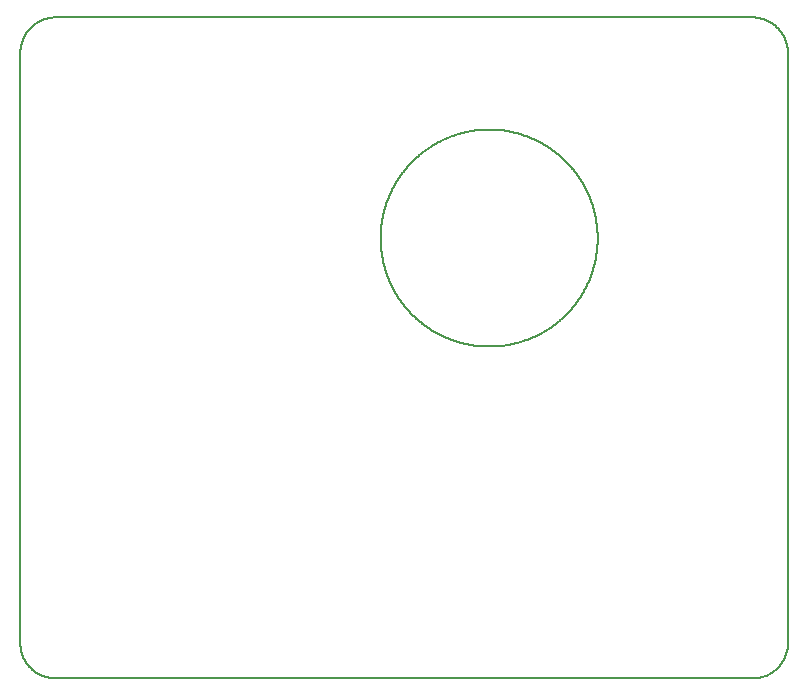
<source format=gm1>
G04 MADE WITH FRITZING*
G04 WWW.FRITZING.ORG*
G04 DOUBLE SIDED*
G04 HOLES PLATED*
G04 CONTOUR ON CENTER OF CONTOUR VECTOR*
%ASAXBY*%
%FSLAX23Y23*%
%MOIN*%
%OFA0B0*%
%SFA1.0B1.0*%
%ADD10C,0.008*%
%LNCONTOUR*%
G90*
G70*
G54D10*
X107Y2205D02*
X108Y2205D01*
X109Y2205D01*
X110Y2205D01*
X111Y2205D01*
X112Y2205D01*
X113Y2205D01*
X114Y2205D01*
X115Y2205D01*
X116Y2205D01*
X117Y2205D01*
X118Y2205D01*
X119Y2205D01*
X120Y2205D01*
X121Y2205D01*
X122Y2205D01*
X123Y2205D01*
X124Y2205D01*
X125Y2205D01*
X126Y2205D01*
X127Y2205D01*
X128Y2205D01*
X129Y2205D01*
X130Y2205D01*
X131Y2205D01*
X132Y2205D01*
X133Y2205D01*
X134Y2205D01*
X135Y2205D01*
X136Y2205D01*
X137Y2205D01*
X138Y2205D01*
X139Y2205D01*
X140Y2205D01*
X141Y2205D01*
X142Y2205D01*
X143Y2205D01*
X144Y2205D01*
X145Y2205D01*
X146Y2205D01*
X147Y2205D01*
X148Y2205D01*
X149Y2205D01*
X150Y2205D01*
X151Y2205D01*
X152Y2205D01*
X153Y2205D01*
X154Y2205D01*
X155Y2205D01*
X156Y2205D01*
X157Y2205D01*
X158Y2205D01*
X159Y2205D01*
X160Y2205D01*
X161Y2205D01*
X162Y2205D01*
X163Y2205D01*
X164Y2205D01*
X165Y2205D01*
X166Y2205D01*
X167Y2205D01*
X168Y2205D01*
X169Y2205D01*
X170Y2205D01*
X171Y2205D01*
X172Y2205D01*
X173Y2205D01*
X174Y2205D01*
X175Y2205D01*
X176Y2205D01*
X177Y2205D01*
X178Y2205D01*
X179Y2205D01*
X180Y2205D01*
X181Y2205D01*
X182Y2205D01*
X183Y2205D01*
X184Y2205D01*
X185Y2205D01*
X186Y2205D01*
X187Y2205D01*
X188Y2205D01*
X189Y2205D01*
X190Y2205D01*
X191Y2205D01*
X192Y2205D01*
X193Y2205D01*
X194Y2205D01*
X195Y2205D01*
X196Y2205D01*
X197Y2205D01*
X198Y2205D01*
X199Y2205D01*
X200Y2205D01*
X201Y2205D01*
X202Y2205D01*
X203Y2205D01*
X204Y2205D01*
X205Y2205D01*
X206Y2205D01*
X207Y2205D01*
X208Y2205D01*
X209Y2205D01*
X210Y2205D01*
X211Y2205D01*
X212Y2205D01*
X213Y2205D01*
X214Y2205D01*
X215Y2205D01*
X216Y2205D01*
X217Y2205D01*
X218Y2205D01*
X219Y2205D01*
X220Y2205D01*
X221Y2205D01*
X222Y2205D01*
X223Y2205D01*
X224Y2205D01*
X225Y2205D01*
X226Y2205D01*
X227Y2205D01*
X228Y2205D01*
X229Y2205D01*
X230Y2205D01*
X231Y2205D01*
X232Y2205D01*
X233Y2205D01*
X234Y2205D01*
X235Y2205D01*
X236Y2205D01*
X237Y2205D01*
X238Y2205D01*
X239Y2205D01*
X240Y2205D01*
X241Y2205D01*
X242Y2205D01*
X243Y2205D01*
X244Y2205D01*
X245Y2205D01*
X246Y2205D01*
X247Y2205D01*
X248Y2205D01*
X249Y2205D01*
X250Y2205D01*
X251Y2205D01*
X252Y2205D01*
X253Y2205D01*
X254Y2205D01*
X255Y2205D01*
X256Y2205D01*
X257Y2205D01*
X258Y2205D01*
X259Y2205D01*
X260Y2205D01*
X261Y2205D01*
X262Y2205D01*
X263Y2205D01*
X264Y2205D01*
X265Y2205D01*
X266Y2205D01*
X267Y2205D01*
X268Y2205D01*
X269Y2205D01*
X270Y2205D01*
X271Y2205D01*
X272Y2205D01*
X273Y2205D01*
X274Y2205D01*
X275Y2205D01*
X276Y2205D01*
X277Y2205D01*
X278Y2205D01*
X279Y2205D01*
X280Y2205D01*
X281Y2205D01*
X282Y2205D01*
X283Y2205D01*
X284Y2205D01*
X285Y2205D01*
X286Y2205D01*
X287Y2205D01*
X288Y2205D01*
X289Y2205D01*
X290Y2205D01*
X291Y2205D01*
X292Y2205D01*
X293Y2205D01*
X294Y2205D01*
X295Y2205D01*
X296Y2205D01*
X297Y2205D01*
X298Y2205D01*
X299Y2205D01*
X300Y2205D01*
X301Y2205D01*
X302Y2205D01*
X303Y2205D01*
X304Y2205D01*
X305Y2205D01*
X306Y2205D01*
X307Y2205D01*
X308Y2205D01*
X309Y2205D01*
X310Y2205D01*
X311Y2205D01*
X312Y2205D01*
X313Y2205D01*
X314Y2205D01*
X315Y2205D01*
X316Y2205D01*
X317Y2205D01*
X318Y2205D01*
X319Y2205D01*
X320Y2205D01*
X321Y2205D01*
X322Y2205D01*
X323Y2205D01*
X324Y2205D01*
X325Y2205D01*
X326Y2205D01*
X327Y2205D01*
X328Y2205D01*
X329Y2205D01*
X330Y2205D01*
X331Y2205D01*
X332Y2205D01*
X333Y2205D01*
X334Y2205D01*
X335Y2205D01*
X336Y2205D01*
X337Y2205D01*
X338Y2205D01*
X339Y2205D01*
X340Y2205D01*
X341Y2205D01*
X342Y2205D01*
X343Y2205D01*
X344Y2205D01*
X345Y2205D01*
X346Y2205D01*
X347Y2205D01*
X348Y2205D01*
X349Y2205D01*
X350Y2205D01*
X351Y2205D01*
X352Y2205D01*
X353Y2205D01*
X354Y2205D01*
X355Y2205D01*
X356Y2205D01*
X357Y2205D01*
X358Y2205D01*
X359Y2205D01*
X360Y2205D01*
X361Y2205D01*
X362Y2205D01*
X363Y2205D01*
X364Y2205D01*
X365Y2205D01*
X366Y2205D01*
X367Y2205D01*
X368Y2205D01*
X369Y2205D01*
X370Y2205D01*
X371Y2205D01*
X372Y2205D01*
X373Y2205D01*
X374Y2205D01*
X375Y2205D01*
X376Y2205D01*
X377Y2205D01*
X378Y2205D01*
X379Y2205D01*
X380Y2205D01*
X381Y2205D01*
X382Y2205D01*
X383Y2205D01*
X384Y2205D01*
X385Y2205D01*
X386Y2205D01*
X387Y2205D01*
X388Y2205D01*
X389Y2205D01*
X390Y2205D01*
X391Y2205D01*
X392Y2205D01*
X393Y2205D01*
X394Y2205D01*
X395Y2205D01*
X396Y2205D01*
X397Y2205D01*
X398Y2205D01*
X399Y2205D01*
X400Y2205D01*
X401Y2205D01*
X402Y2205D01*
X403Y2205D01*
X404Y2205D01*
X405Y2205D01*
X406Y2205D01*
X407Y2205D01*
X408Y2205D01*
X409Y2205D01*
X410Y2205D01*
X411Y2205D01*
X412Y2205D01*
X413Y2205D01*
X414Y2205D01*
X415Y2205D01*
X416Y2205D01*
X417Y2205D01*
X418Y2205D01*
X419Y2205D01*
X420Y2205D01*
X421Y2205D01*
X422Y2205D01*
X423Y2205D01*
X424Y2205D01*
X425Y2205D01*
X426Y2205D01*
X427Y2205D01*
X428Y2205D01*
X429Y2205D01*
X430Y2205D01*
X431Y2205D01*
X432Y2205D01*
X433Y2205D01*
X434Y2205D01*
X435Y2205D01*
X436Y2205D01*
X437Y2205D01*
X438Y2205D01*
X439Y2205D01*
X440Y2205D01*
X441Y2205D01*
X442Y2205D01*
X443Y2205D01*
X444Y2205D01*
X445Y2205D01*
X446Y2205D01*
X447Y2205D01*
X448Y2205D01*
X449Y2205D01*
X450Y2205D01*
X451Y2205D01*
X452Y2205D01*
X453Y2205D01*
X454Y2205D01*
X455Y2205D01*
X456Y2205D01*
X457Y2205D01*
X458Y2205D01*
X459Y2205D01*
X460Y2205D01*
X461Y2205D01*
X462Y2205D01*
X463Y2205D01*
X464Y2205D01*
X465Y2205D01*
X466Y2205D01*
X467Y2205D01*
X468Y2205D01*
X469Y2205D01*
X470Y2205D01*
X471Y2205D01*
X472Y2205D01*
X473Y2205D01*
X474Y2205D01*
X475Y2205D01*
X476Y2205D01*
X477Y2205D01*
X478Y2205D01*
X479Y2205D01*
X480Y2205D01*
X481Y2205D01*
X482Y2205D01*
X483Y2205D01*
X484Y2205D01*
X485Y2205D01*
X486Y2205D01*
X487Y2205D01*
X488Y2205D01*
X489Y2205D01*
X490Y2205D01*
X491Y2205D01*
X492Y2205D01*
X493Y2205D01*
X494Y2205D01*
X495Y2205D01*
X496Y2205D01*
X497Y2205D01*
X498Y2205D01*
X499Y2205D01*
X500Y2205D01*
X501Y2205D01*
X502Y2205D01*
X503Y2205D01*
X504Y2205D01*
X505Y2205D01*
X506Y2205D01*
X507Y2205D01*
X508Y2205D01*
X509Y2205D01*
X510Y2205D01*
X511Y2205D01*
X512Y2205D01*
X513Y2205D01*
X514Y2205D01*
X515Y2205D01*
X516Y2205D01*
X517Y2205D01*
X518Y2205D01*
X519Y2205D01*
X520Y2205D01*
X521Y2205D01*
X522Y2205D01*
X523Y2205D01*
X524Y2205D01*
X525Y2205D01*
X526Y2205D01*
X527Y2205D01*
X528Y2205D01*
X529Y2205D01*
X530Y2205D01*
X531Y2205D01*
X532Y2205D01*
X533Y2205D01*
X534Y2205D01*
X535Y2205D01*
X536Y2205D01*
X537Y2205D01*
X538Y2205D01*
X539Y2205D01*
X540Y2205D01*
X541Y2205D01*
X542Y2205D01*
X543Y2205D01*
X544Y2205D01*
X545Y2205D01*
X546Y2205D01*
X547Y2205D01*
X548Y2205D01*
X549Y2205D01*
X550Y2205D01*
X551Y2205D01*
X552Y2205D01*
X553Y2205D01*
X554Y2205D01*
X555Y2205D01*
X556Y2205D01*
X557Y2205D01*
X558Y2205D01*
X559Y2205D01*
X560Y2205D01*
X561Y2205D01*
X562Y2205D01*
X563Y2205D01*
X564Y2205D01*
X565Y2205D01*
X566Y2205D01*
X567Y2205D01*
X568Y2205D01*
X569Y2205D01*
X570Y2205D01*
X571Y2205D01*
X572Y2205D01*
X573Y2205D01*
X574Y2205D01*
X575Y2205D01*
X576Y2205D01*
X577Y2205D01*
X578Y2205D01*
X579Y2205D01*
X580Y2205D01*
X581Y2205D01*
X582Y2205D01*
X583Y2205D01*
X584Y2205D01*
X585Y2205D01*
X586Y2205D01*
X587Y2205D01*
X588Y2205D01*
X589Y2205D01*
X590Y2205D01*
X591Y2205D01*
X592Y2205D01*
X593Y2205D01*
X594Y2205D01*
X595Y2205D01*
X596Y2205D01*
X597Y2205D01*
X598Y2205D01*
X599Y2205D01*
X600Y2205D01*
X601Y2205D01*
X602Y2205D01*
X603Y2205D01*
X604Y2205D01*
X605Y2205D01*
X606Y2205D01*
X607Y2205D01*
X608Y2205D01*
X609Y2205D01*
X610Y2205D01*
X611Y2205D01*
X612Y2205D01*
X613Y2205D01*
X614Y2205D01*
X615Y2205D01*
X616Y2205D01*
X617Y2205D01*
X618Y2205D01*
X619Y2205D01*
X620Y2205D01*
X621Y2205D01*
X622Y2205D01*
X623Y2205D01*
X624Y2205D01*
X625Y2205D01*
X626Y2205D01*
X627Y2205D01*
X628Y2205D01*
X629Y2205D01*
X630Y2205D01*
X631Y2205D01*
X632Y2205D01*
X633Y2205D01*
X634Y2205D01*
X635Y2205D01*
X636Y2205D01*
X637Y2205D01*
X638Y2205D01*
X639Y2205D01*
X640Y2205D01*
X641Y2205D01*
X642Y2205D01*
X643Y2205D01*
X644Y2205D01*
X645Y2205D01*
X646Y2205D01*
X647Y2205D01*
X648Y2205D01*
X649Y2205D01*
X650Y2205D01*
X651Y2205D01*
X652Y2205D01*
X653Y2205D01*
X654Y2205D01*
X655Y2205D01*
X656Y2205D01*
X657Y2205D01*
X658Y2205D01*
X659Y2205D01*
X660Y2205D01*
X661Y2205D01*
X662Y2205D01*
X663Y2205D01*
X664Y2205D01*
X665Y2205D01*
X666Y2205D01*
X667Y2205D01*
X668Y2205D01*
X669Y2205D01*
X670Y2205D01*
X671Y2205D01*
X672Y2205D01*
X673Y2205D01*
X674Y2205D01*
X675Y2205D01*
X676Y2205D01*
X677Y2205D01*
X678Y2205D01*
X679Y2205D01*
X680Y2205D01*
X681Y2205D01*
X682Y2205D01*
X683Y2205D01*
X684Y2205D01*
X685Y2205D01*
X686Y2205D01*
X687Y2205D01*
X688Y2205D01*
X689Y2205D01*
X690Y2205D01*
X691Y2205D01*
X692Y2205D01*
X693Y2205D01*
X694Y2205D01*
X695Y2205D01*
X696Y2205D01*
X697Y2205D01*
X698Y2205D01*
X699Y2205D01*
X700Y2205D01*
X701Y2205D01*
X702Y2205D01*
X703Y2205D01*
X704Y2205D01*
X705Y2205D01*
X706Y2205D01*
X707Y2205D01*
X708Y2205D01*
X709Y2205D01*
X710Y2205D01*
X711Y2205D01*
X712Y2205D01*
X713Y2205D01*
X714Y2205D01*
X715Y2205D01*
X716Y2205D01*
X717Y2205D01*
X718Y2205D01*
X719Y2205D01*
X720Y2205D01*
X721Y2205D01*
X722Y2205D01*
X723Y2205D01*
X724Y2205D01*
X725Y2205D01*
X726Y2205D01*
X727Y2205D01*
X728Y2205D01*
X729Y2205D01*
X730Y2205D01*
X731Y2205D01*
X732Y2205D01*
X733Y2205D01*
X734Y2205D01*
X735Y2205D01*
X736Y2205D01*
X737Y2205D01*
X738Y2205D01*
X739Y2205D01*
X740Y2205D01*
X741Y2205D01*
X742Y2205D01*
X743Y2205D01*
X744Y2205D01*
X745Y2205D01*
X746Y2205D01*
X747Y2205D01*
X748Y2205D01*
X749Y2205D01*
X750Y2205D01*
X751Y2205D01*
X752Y2205D01*
X753Y2205D01*
X754Y2205D01*
X755Y2205D01*
X756Y2205D01*
X757Y2205D01*
X758Y2205D01*
X759Y2205D01*
X760Y2205D01*
X761Y2205D01*
X762Y2205D01*
X763Y2205D01*
X764Y2205D01*
X765Y2205D01*
X766Y2205D01*
X767Y2205D01*
X768Y2205D01*
X769Y2205D01*
X770Y2205D01*
X771Y2205D01*
X772Y2205D01*
X773Y2205D01*
X774Y2205D01*
X775Y2205D01*
X776Y2205D01*
X777Y2205D01*
X778Y2205D01*
X779Y2205D01*
X780Y2205D01*
X781Y2205D01*
X782Y2205D01*
X783Y2205D01*
X784Y2205D01*
X785Y2205D01*
X786Y2205D01*
X787Y2205D01*
X788Y2205D01*
X789Y2205D01*
X790Y2205D01*
X791Y2205D01*
X792Y2205D01*
X793Y2205D01*
X794Y2205D01*
X795Y2205D01*
X796Y2205D01*
X797Y2205D01*
X798Y2205D01*
X799Y2205D01*
X800Y2205D01*
X801Y2205D01*
X802Y2205D01*
X803Y2205D01*
X804Y2205D01*
X805Y2205D01*
X806Y2205D01*
X807Y2205D01*
X808Y2205D01*
X809Y2205D01*
X810Y2205D01*
X811Y2205D01*
X812Y2205D01*
X813Y2205D01*
X814Y2205D01*
X815Y2205D01*
X816Y2205D01*
X817Y2205D01*
X818Y2205D01*
X819Y2205D01*
X820Y2205D01*
X821Y2205D01*
X822Y2205D01*
X823Y2205D01*
X824Y2205D01*
X825Y2205D01*
X826Y2205D01*
X827Y2205D01*
X828Y2205D01*
X829Y2205D01*
X830Y2205D01*
X831Y2205D01*
X832Y2205D01*
X833Y2205D01*
X834Y2205D01*
X835Y2205D01*
X836Y2205D01*
X837Y2205D01*
X838Y2205D01*
X839Y2205D01*
X840Y2205D01*
X841Y2205D01*
X842Y2205D01*
X843Y2205D01*
X844Y2205D01*
X845Y2205D01*
X846Y2205D01*
X847Y2205D01*
X848Y2205D01*
X849Y2205D01*
X850Y2205D01*
X851Y2205D01*
X852Y2205D01*
X853Y2205D01*
X854Y2205D01*
X855Y2205D01*
X856Y2205D01*
X857Y2205D01*
X858Y2205D01*
X859Y2205D01*
X860Y2205D01*
X861Y2205D01*
X862Y2205D01*
X863Y2205D01*
X864Y2205D01*
X865Y2205D01*
X866Y2205D01*
X867Y2205D01*
X868Y2205D01*
X869Y2205D01*
X870Y2205D01*
X871Y2205D01*
X872Y2205D01*
X873Y2205D01*
X874Y2205D01*
X875Y2205D01*
X876Y2205D01*
X877Y2205D01*
X878Y2205D01*
X879Y2205D01*
X880Y2205D01*
X881Y2205D01*
X882Y2205D01*
X883Y2205D01*
X884Y2205D01*
X885Y2205D01*
X886Y2205D01*
X887Y2205D01*
X888Y2205D01*
X889Y2205D01*
X890Y2205D01*
X891Y2205D01*
X892Y2205D01*
X893Y2205D01*
X894Y2205D01*
X895Y2205D01*
X896Y2205D01*
X897Y2205D01*
X898Y2205D01*
X899Y2205D01*
X900Y2205D01*
X901Y2205D01*
X902Y2205D01*
X903Y2205D01*
X904Y2205D01*
X905Y2205D01*
X906Y2205D01*
X907Y2205D01*
X908Y2205D01*
X909Y2205D01*
X910Y2205D01*
X911Y2205D01*
X912Y2205D01*
X913Y2205D01*
X914Y2205D01*
X915Y2205D01*
X916Y2205D01*
X917Y2205D01*
X918Y2205D01*
X919Y2205D01*
X920Y2205D01*
X921Y2205D01*
X922Y2205D01*
X923Y2205D01*
X924Y2205D01*
X925Y2205D01*
X926Y2205D01*
X927Y2205D01*
X928Y2205D01*
X929Y2205D01*
X930Y2205D01*
X931Y2205D01*
X932Y2205D01*
X933Y2205D01*
X934Y2205D01*
X935Y2205D01*
X936Y2205D01*
X937Y2205D01*
X938Y2205D01*
X939Y2205D01*
X940Y2205D01*
X941Y2205D01*
X942Y2205D01*
X943Y2205D01*
X944Y2205D01*
X945Y2205D01*
X946Y2205D01*
X947Y2205D01*
X948Y2205D01*
X949Y2205D01*
X950Y2205D01*
X951Y2205D01*
X952Y2205D01*
X953Y2205D01*
X954Y2205D01*
X955Y2205D01*
X956Y2205D01*
X957Y2205D01*
X958Y2205D01*
X959Y2205D01*
X960Y2205D01*
X961Y2205D01*
X962Y2205D01*
X963Y2205D01*
X964Y2205D01*
X965Y2205D01*
X966Y2205D01*
X967Y2205D01*
X968Y2205D01*
X969Y2205D01*
X970Y2205D01*
X971Y2205D01*
X972Y2205D01*
X973Y2205D01*
X974Y2205D01*
X975Y2205D01*
X976Y2205D01*
X977Y2205D01*
X978Y2205D01*
X979Y2205D01*
X980Y2205D01*
X981Y2205D01*
X982Y2205D01*
X983Y2205D01*
X984Y2205D01*
X985Y2205D01*
X986Y2205D01*
X987Y2205D01*
X988Y2205D01*
X989Y2205D01*
X990Y2205D01*
X991Y2205D01*
X992Y2205D01*
X993Y2205D01*
X994Y2205D01*
X995Y2205D01*
X996Y2205D01*
X997Y2205D01*
X998Y2205D01*
X999Y2205D01*
X1000Y2205D01*
X1001Y2205D01*
X1002Y2205D01*
X1003Y2205D01*
X1004Y2205D01*
X1005Y2205D01*
X1006Y2205D01*
X1007Y2205D01*
X1008Y2205D01*
X1009Y2205D01*
X1010Y2205D01*
X1011Y2205D01*
X1012Y2205D01*
X1013Y2205D01*
X1014Y2205D01*
X1015Y2205D01*
X1016Y2205D01*
X1017Y2205D01*
X1018Y2205D01*
X1019Y2205D01*
X1020Y2205D01*
X1021Y2205D01*
X1022Y2205D01*
X1023Y2205D01*
X1024Y2205D01*
X1025Y2205D01*
X1026Y2205D01*
X1027Y2205D01*
X1028Y2205D01*
X1029Y2205D01*
X1030Y2205D01*
X1031Y2205D01*
X1032Y2205D01*
X1033Y2205D01*
X1034Y2205D01*
X1035Y2205D01*
X1036Y2205D01*
X1037Y2205D01*
X1038Y2205D01*
X1039Y2205D01*
X1040Y2205D01*
X1041Y2205D01*
X1042Y2205D01*
X1043Y2205D01*
X1044Y2205D01*
X1045Y2205D01*
X1046Y2205D01*
X1047Y2205D01*
X1048Y2205D01*
X1049Y2205D01*
X1050Y2205D01*
X1051Y2205D01*
X1052Y2205D01*
X1053Y2205D01*
X1054Y2205D01*
X1055Y2205D01*
X1056Y2205D01*
X1057Y2205D01*
X1058Y2205D01*
X1059Y2205D01*
X1060Y2205D01*
X1061Y2205D01*
X1062Y2205D01*
X1063Y2205D01*
X1064Y2205D01*
X1065Y2205D01*
X1066Y2205D01*
X1067Y2205D01*
X1068Y2205D01*
X1069Y2205D01*
X1070Y2205D01*
X1071Y2205D01*
X1072Y2205D01*
X1073Y2205D01*
X1074Y2205D01*
X1075Y2205D01*
X1076Y2205D01*
X1077Y2205D01*
X1078Y2205D01*
X1079Y2205D01*
X1080Y2205D01*
X1081Y2205D01*
X1082Y2205D01*
X1083Y2205D01*
X1084Y2205D01*
X1085Y2205D01*
X1086Y2205D01*
X1087Y2205D01*
X1088Y2205D01*
X1089Y2205D01*
X1090Y2205D01*
X1091Y2205D01*
X1092Y2205D01*
X1093Y2205D01*
X1094Y2205D01*
X1095Y2205D01*
X1096Y2205D01*
X1097Y2205D01*
X1098Y2205D01*
X1099Y2205D01*
X1100Y2205D01*
X1101Y2205D01*
X1102Y2205D01*
X1103Y2205D01*
X1104Y2205D01*
X1105Y2205D01*
X1106Y2205D01*
X1107Y2205D01*
X1108Y2205D01*
X1109Y2205D01*
X1110Y2205D01*
X1111Y2205D01*
X1112Y2205D01*
X1113Y2205D01*
X1114Y2205D01*
X1115Y2205D01*
X1116Y2205D01*
X1117Y2205D01*
X1118Y2205D01*
X1119Y2205D01*
X1120Y2205D01*
X1121Y2205D01*
X1122Y2205D01*
X1123Y2205D01*
X1124Y2205D01*
X1125Y2205D01*
X1126Y2205D01*
X1127Y2205D01*
X1128Y2205D01*
X1129Y2205D01*
X1130Y2205D01*
X1131Y2205D01*
X1132Y2205D01*
X1133Y2205D01*
X1134Y2205D01*
X1135Y2205D01*
X1136Y2205D01*
X1137Y2205D01*
X1138Y2205D01*
X1139Y2205D01*
X1140Y2205D01*
X1141Y2205D01*
X1142Y2205D01*
X1143Y2205D01*
X1144Y2205D01*
X1145Y2205D01*
X1146Y2205D01*
X1147Y2205D01*
X1148Y2205D01*
X1149Y2205D01*
X1150Y2205D01*
X1151Y2205D01*
X1152Y2205D01*
X1153Y2205D01*
X1154Y2205D01*
X1155Y2205D01*
X1156Y2205D01*
X1157Y2205D01*
X1158Y2205D01*
X1159Y2205D01*
X1160Y2205D01*
X1161Y2205D01*
X1162Y2205D01*
X1163Y2205D01*
X1164Y2205D01*
X1165Y2205D01*
X1166Y2205D01*
X1167Y2205D01*
X1168Y2205D01*
X1169Y2205D01*
X1170Y2205D01*
X1171Y2205D01*
X1172Y2205D01*
X1173Y2205D01*
X1174Y2205D01*
X1175Y2205D01*
X1176Y2205D01*
X1177Y2205D01*
X1178Y2205D01*
X1179Y2205D01*
X1180Y2205D01*
X1181Y2205D01*
X1182Y2205D01*
X1183Y2205D01*
X1184Y2205D01*
X1185Y2205D01*
X1186Y2205D01*
X1187Y2205D01*
X1188Y2205D01*
X1189Y2205D01*
X1190Y2205D01*
X1191Y2205D01*
X1192Y2205D01*
X1193Y2205D01*
X1194Y2205D01*
X1195Y2205D01*
X1196Y2205D01*
X1197Y2205D01*
X1198Y2205D01*
X1199Y2205D01*
X1200Y2205D01*
X1201Y2205D01*
X1202Y2205D01*
X1203Y2205D01*
X1204Y2205D01*
X1205Y2205D01*
X1206Y2205D01*
X1207Y2205D01*
X1208Y2205D01*
X1209Y2205D01*
X1210Y2205D01*
X1211Y2205D01*
X1212Y2205D01*
X1213Y2205D01*
X1214Y2205D01*
X1215Y2205D01*
X1216Y2205D01*
X1217Y2205D01*
X1218Y2205D01*
X1219Y2205D01*
X1220Y2205D01*
X1221Y2205D01*
X1222Y2205D01*
X1223Y2205D01*
X1224Y2205D01*
X1225Y2205D01*
X1226Y2205D01*
X1227Y2205D01*
X1228Y2205D01*
X1229Y2205D01*
X1230Y2205D01*
X1231Y2205D01*
X1232Y2205D01*
X1233Y2205D01*
X1234Y2205D01*
X1235Y2205D01*
X1236Y2205D01*
X1237Y2205D01*
X1238Y2205D01*
X1239Y2205D01*
X1240Y2205D01*
X1241Y2205D01*
X1242Y2205D01*
X1243Y2205D01*
X1244Y2205D01*
X1245Y2205D01*
X1246Y2205D01*
X1247Y2205D01*
X1248Y2205D01*
X1249Y2205D01*
X1250Y2205D01*
X1251Y2205D01*
X1252Y2205D01*
X1253Y2205D01*
X1254Y2205D01*
X1255Y2205D01*
X1256Y2205D01*
X1257Y2205D01*
X1258Y2205D01*
X1259Y2205D01*
X1260Y2205D01*
X1261Y2205D01*
X1262Y2205D01*
X1263Y2205D01*
X1264Y2205D01*
X1265Y2205D01*
X1266Y2205D01*
X1267Y2205D01*
X1268Y2205D01*
X1269Y2205D01*
X1270Y2205D01*
X1271Y2205D01*
X1272Y2205D01*
X1273Y2205D01*
X1274Y2205D01*
X1275Y2205D01*
X1276Y2205D01*
X1277Y2205D01*
X1278Y2205D01*
X1279Y2205D01*
X1280Y2205D01*
X1281Y2205D01*
X1282Y2205D01*
X1283Y2205D01*
X1284Y2205D01*
X1285Y2205D01*
X1286Y2205D01*
X1287Y2205D01*
X1288Y2205D01*
X1289Y2205D01*
X1290Y2205D01*
X1291Y2205D01*
X1292Y2205D01*
X1293Y2205D01*
X1294Y2205D01*
X1295Y2205D01*
X1296Y2205D01*
X1297Y2205D01*
X1298Y2205D01*
X1299Y2205D01*
X1300Y2205D01*
X1301Y2205D01*
X1302Y2205D01*
X1303Y2205D01*
X1304Y2205D01*
X1305Y2205D01*
X1306Y2205D01*
X1307Y2205D01*
X1308Y2205D01*
X1309Y2205D01*
X1310Y2205D01*
X1311Y2205D01*
X1312Y2205D01*
X1313Y2205D01*
X1314Y2205D01*
X1315Y2205D01*
X1316Y2205D01*
X1317Y2205D01*
X1318Y2205D01*
X1319Y2205D01*
X1320Y2205D01*
X1321Y2205D01*
X1322Y2205D01*
X1323Y2205D01*
X1324Y2205D01*
X1325Y2205D01*
X1326Y2205D01*
X1327Y2205D01*
X1328Y2205D01*
X1329Y2205D01*
X1330Y2205D01*
X1331Y2205D01*
X1332Y2205D01*
X1333Y2205D01*
X1334Y2205D01*
X1335Y2205D01*
X1336Y2205D01*
X1337Y2205D01*
X1338Y2205D01*
X1339Y2205D01*
X1340Y2205D01*
X1341Y2205D01*
X1342Y2205D01*
X1343Y2205D01*
X1344Y2205D01*
X1345Y2205D01*
X1346Y2205D01*
X1347Y2205D01*
X1348Y2205D01*
X1349Y2205D01*
X1350Y2205D01*
X1351Y2205D01*
X1352Y2205D01*
X1353Y2205D01*
X1354Y2205D01*
X1355Y2205D01*
X1356Y2205D01*
X1357Y2205D01*
X1358Y2205D01*
X1359Y2205D01*
X1360Y2205D01*
X1361Y2205D01*
X1362Y2205D01*
X1363Y2205D01*
X1364Y2205D01*
X1365Y2205D01*
X1366Y2205D01*
X1367Y2205D01*
X1368Y2205D01*
X1369Y2205D01*
X1370Y2205D01*
X1371Y2205D01*
X1372Y2205D01*
X1373Y2205D01*
X1374Y2205D01*
X1375Y2205D01*
X1376Y2205D01*
X1377Y2205D01*
X1378Y2205D01*
X1379Y2205D01*
X1380Y2205D01*
X1381Y2205D01*
X1382Y2205D01*
X1383Y2205D01*
X1384Y2205D01*
X1385Y2205D01*
X1386Y2205D01*
X1387Y2205D01*
X1388Y2205D01*
X1389Y2205D01*
X1390Y2205D01*
X1391Y2205D01*
X1392Y2205D01*
X1393Y2205D01*
X1394Y2205D01*
X1395Y2205D01*
X1396Y2205D01*
X1397Y2205D01*
X1398Y2205D01*
X1399Y2205D01*
X1400Y2205D01*
X1401Y2205D01*
X1402Y2205D01*
X1403Y2205D01*
X1404Y2205D01*
X1405Y2205D01*
X1406Y2205D01*
X1407Y2205D01*
X1408Y2205D01*
X1409Y2205D01*
X1410Y2205D01*
X1411Y2205D01*
X1412Y2205D01*
X1413Y2205D01*
X1414Y2205D01*
X1415Y2205D01*
X1416Y2205D01*
X1417Y2205D01*
X1418Y2205D01*
X1419Y2205D01*
X1420Y2205D01*
X1421Y2205D01*
X1422Y2205D01*
X1423Y2205D01*
X1424Y2205D01*
X1425Y2205D01*
X1426Y2205D01*
X1427Y2205D01*
X1428Y2205D01*
X1429Y2205D01*
X1430Y2205D01*
X1431Y2205D01*
X1432Y2205D01*
X1433Y2205D01*
X1434Y2205D01*
X1435Y2205D01*
X1436Y2205D01*
X1437Y2205D01*
X1438Y2205D01*
X1439Y2205D01*
X1440Y2205D01*
X1441Y2205D01*
X1442Y2205D01*
X1443Y2205D01*
X1444Y2205D01*
X1445Y2205D01*
X1446Y2205D01*
X1447Y2205D01*
X1448Y2205D01*
X1449Y2205D01*
X1450Y2205D01*
X1451Y2205D01*
X1452Y2205D01*
X1453Y2205D01*
X1454Y2205D01*
X1455Y2205D01*
X1456Y2205D01*
X1457Y2205D01*
X1458Y2205D01*
X1459Y2205D01*
X1460Y2205D01*
X1461Y2205D01*
X1462Y2205D01*
X1463Y2205D01*
X1464Y2205D01*
X1465Y2205D01*
X1466Y2205D01*
X1467Y2205D01*
X1468Y2205D01*
X1469Y2205D01*
X1470Y2205D01*
X1471Y2205D01*
X1472Y2205D01*
X1473Y2205D01*
X1474Y2205D01*
X1475Y2205D01*
X1476Y2205D01*
X1477Y2205D01*
X1478Y2205D01*
X1479Y2205D01*
X1480Y2205D01*
X1481Y2205D01*
X1482Y2205D01*
X1483Y2205D01*
X1484Y2205D01*
X1485Y2205D01*
X1486Y2205D01*
X1487Y2205D01*
X1488Y2205D01*
X1489Y2205D01*
X1490Y2205D01*
X1491Y2205D01*
X1492Y2205D01*
X1493Y2205D01*
X1494Y2205D01*
X1495Y2205D01*
X1496Y2205D01*
X1497Y2205D01*
X1498Y2205D01*
X1499Y2205D01*
X1500Y2205D01*
X1501Y2205D01*
X1502Y2205D01*
X1503Y2205D01*
X1504Y2205D01*
X1505Y2205D01*
X1506Y2205D01*
X1507Y2205D01*
X1508Y2205D01*
X1509Y2205D01*
X1510Y2205D01*
X1511Y2205D01*
X1512Y2205D01*
X1513Y2205D01*
X1514Y2205D01*
X1515Y2205D01*
X1516Y2205D01*
X1517Y2205D01*
X1518Y2205D01*
X1519Y2205D01*
X1520Y2205D01*
X1521Y2205D01*
X1522Y2205D01*
X1523Y2205D01*
X1524Y2205D01*
X1525Y2205D01*
X1526Y2205D01*
X1527Y2205D01*
X1528Y2205D01*
X1529Y2205D01*
X1530Y2205D01*
X1531Y2205D01*
X1532Y2205D01*
X1533Y2205D01*
X1534Y2205D01*
X1535Y2205D01*
X1536Y2205D01*
X1537Y2205D01*
X1538Y2205D01*
X1539Y2205D01*
X1540Y2205D01*
X1541Y2205D01*
X1542Y2205D01*
X1543Y2205D01*
X1544Y2205D01*
X1545Y2205D01*
X1546Y2205D01*
X1547Y2205D01*
X1548Y2205D01*
X1549Y2205D01*
X1550Y2205D01*
X1551Y2205D01*
X1552Y2205D01*
X1553Y2205D01*
X1554Y2205D01*
X1555Y2205D01*
X1556Y2205D01*
X1557Y2205D01*
X1558Y2205D01*
X1559Y2205D01*
X1560Y2205D01*
X1561Y2205D01*
X1562Y2205D01*
X1563Y2205D01*
X1564Y2205D01*
X1565Y2205D01*
X1566Y2205D01*
X1567Y2205D01*
X1568Y2205D01*
X1569Y2205D01*
X1570Y2205D01*
X1571Y2205D01*
X1572Y2205D01*
X1573Y2205D01*
X1574Y2205D01*
X1575Y2205D01*
X1576Y2205D01*
X1577Y2205D01*
X1578Y2205D01*
X1579Y2205D01*
X1580Y2205D01*
X1581Y2205D01*
X1582Y2205D01*
X1583Y2205D01*
X1584Y2205D01*
X1585Y2205D01*
X1586Y2205D01*
X1587Y2205D01*
X1588Y2205D01*
X1589Y2205D01*
X1590Y2205D01*
X1591Y2205D01*
X1592Y2205D01*
X1593Y2205D01*
X1594Y2205D01*
X1595Y2205D01*
X1596Y2205D01*
X1597Y2205D01*
X1598Y2205D01*
X1599Y2205D01*
X1600Y2205D01*
X1601Y2205D01*
X1602Y2205D01*
X1603Y2205D01*
X1604Y2205D01*
X1605Y2205D01*
X1606Y2205D01*
X1607Y2205D01*
X1608Y2205D01*
X1609Y2205D01*
X1610Y2205D01*
X1611Y2205D01*
X1612Y2205D01*
X1613Y2205D01*
X1614Y2205D01*
X1615Y2205D01*
X1616Y2205D01*
X1617Y2205D01*
X1618Y2205D01*
X1619Y2205D01*
X1620Y2205D01*
X1621Y2205D01*
X1622Y2205D01*
X1623Y2205D01*
X1624Y2205D01*
X1625Y2205D01*
X1626Y2205D01*
X1627Y2205D01*
X1628Y2205D01*
X1629Y2205D01*
X1630Y2205D01*
X1631Y2205D01*
X1632Y2205D01*
X1633Y2205D01*
X1634Y2205D01*
X1635Y2205D01*
X1636Y2205D01*
X1637Y2205D01*
X1638Y2205D01*
X1639Y2205D01*
X1640Y2205D01*
X1641Y2205D01*
X1642Y2205D01*
X1643Y2205D01*
X1644Y2205D01*
X1645Y2205D01*
X1646Y2205D01*
X1647Y2205D01*
X1648Y2205D01*
X1649Y2205D01*
X1650Y2205D01*
X1651Y2205D01*
X1652Y2205D01*
X1653Y2205D01*
X1654Y2205D01*
X1655Y2205D01*
X1656Y2205D01*
X1657Y2205D01*
X1658Y2205D01*
X1659Y2205D01*
X1660Y2205D01*
X1661Y2205D01*
X1662Y2205D01*
X1663Y2205D01*
X1664Y2205D01*
X1665Y2205D01*
X1666Y2205D01*
X1667Y2205D01*
X1668Y2205D01*
X1669Y2205D01*
X1670Y2205D01*
X1671Y2205D01*
X1672Y2205D01*
X1673Y2205D01*
X1674Y2205D01*
X1675Y2205D01*
X1676Y2205D01*
X1677Y2205D01*
X1678Y2205D01*
X1679Y2205D01*
X1680Y2205D01*
X1681Y2205D01*
X1682Y2205D01*
X1683Y2205D01*
X1684Y2205D01*
X1685Y2205D01*
X1686Y2205D01*
X1687Y2205D01*
X1688Y2205D01*
X1689Y2205D01*
X1690Y2205D01*
X1691Y2205D01*
X1692Y2205D01*
X1693Y2205D01*
X1694Y2205D01*
X1695Y2205D01*
X1696Y2205D01*
X1697Y2205D01*
X1698Y2205D01*
X1699Y2205D01*
X1700Y2205D01*
X1701Y2205D01*
X1702Y2205D01*
X1703Y2205D01*
X1704Y2205D01*
X1705Y2205D01*
X1706Y2205D01*
X1707Y2205D01*
X1708Y2205D01*
X1709Y2205D01*
X1710Y2205D01*
X1711Y2205D01*
X1712Y2205D01*
X1713Y2205D01*
X1714Y2205D01*
X1715Y2205D01*
X1716Y2205D01*
X1717Y2205D01*
X1718Y2205D01*
X1719Y2205D01*
X1720Y2205D01*
X1721Y2205D01*
X1722Y2205D01*
X1723Y2205D01*
X1724Y2205D01*
X1725Y2205D01*
X1726Y2205D01*
X1727Y2205D01*
X1728Y2205D01*
X1729Y2205D01*
X1730Y2205D01*
X1731Y2205D01*
X1732Y2205D01*
X1733Y2205D01*
X1734Y2205D01*
X1735Y2205D01*
X1736Y2205D01*
X1737Y2205D01*
X1738Y2205D01*
X1739Y2205D01*
X1740Y2205D01*
X1741Y2205D01*
X1742Y2205D01*
X1743Y2205D01*
X1744Y2205D01*
X1745Y2205D01*
X1746Y2205D01*
X1747Y2205D01*
X1748Y2205D01*
X1749Y2205D01*
X1750Y2205D01*
X1751Y2205D01*
X1752Y2205D01*
X1753Y2205D01*
X1754Y2205D01*
X1755Y2205D01*
X1756Y2205D01*
X1757Y2205D01*
X1758Y2205D01*
X1759Y2205D01*
X1760Y2205D01*
X1761Y2205D01*
X1762Y2205D01*
X1763Y2205D01*
X1764Y2205D01*
X1765Y2205D01*
X1766Y2205D01*
X1767Y2205D01*
X1768Y2205D01*
X1769Y2205D01*
X1770Y2205D01*
X1771Y2205D01*
X1772Y2205D01*
X1773Y2205D01*
X1774Y2205D01*
X1775Y2205D01*
X1776Y2205D01*
X1777Y2205D01*
X1778Y2205D01*
X1779Y2205D01*
X1780Y2205D01*
X1781Y2205D01*
X1782Y2205D01*
X1783Y2205D01*
X1784Y2205D01*
X1785Y2205D01*
X1786Y2205D01*
X1787Y2205D01*
X1788Y2205D01*
X1789Y2205D01*
X1790Y2205D01*
X1791Y2205D01*
X1792Y2205D01*
X1793Y2205D01*
X1794Y2205D01*
X1795Y2205D01*
X1796Y2205D01*
X1797Y2205D01*
X1798Y2205D01*
X1799Y2205D01*
X1800Y2205D01*
X1801Y2205D01*
X1802Y2205D01*
X1803Y2205D01*
X1804Y2205D01*
X1805Y2205D01*
X1806Y2205D01*
X1807Y2205D01*
X1808Y2205D01*
X1809Y2205D01*
X1810Y2205D01*
X1811Y2205D01*
X1812Y2205D01*
X1813Y2205D01*
X1814Y2205D01*
X1815Y2205D01*
X1816Y2205D01*
X1817Y2205D01*
X1818Y2205D01*
X1819Y2205D01*
X1820Y2205D01*
X1821Y2205D01*
X1822Y2205D01*
X1823Y2205D01*
X1824Y2205D01*
X1825Y2205D01*
X1826Y2205D01*
X1827Y2205D01*
X1828Y2205D01*
X1829Y2205D01*
X1830Y2205D01*
X1831Y2205D01*
X1832Y2205D01*
X1833Y2205D01*
X1834Y2205D01*
X1835Y2205D01*
X1836Y2205D01*
X1837Y2205D01*
X1838Y2205D01*
X1839Y2205D01*
X1840Y2205D01*
X1841Y2205D01*
X1842Y2205D01*
X1843Y2205D01*
X1844Y2205D01*
X1845Y2205D01*
X1846Y2205D01*
X1847Y2205D01*
X1848Y2205D01*
X1849Y2205D01*
X1850Y2205D01*
X1851Y2205D01*
X1852Y2205D01*
X1853Y2205D01*
X1854Y2205D01*
X1855Y2205D01*
X1856Y2205D01*
X1857Y2205D01*
X1858Y2205D01*
X1859Y2205D01*
X1860Y2205D01*
X1861Y2205D01*
X1862Y2205D01*
X1863Y2205D01*
X1864Y2205D01*
X1865Y2205D01*
X1866Y2205D01*
X1867Y2205D01*
X1868Y2205D01*
X1869Y2205D01*
X1870Y2205D01*
X1871Y2205D01*
X1872Y2205D01*
X1873Y2205D01*
X1874Y2205D01*
X1875Y2205D01*
X1876Y2205D01*
X1877Y2205D01*
X1878Y2205D01*
X1879Y2205D01*
X1880Y2205D01*
X1881Y2205D01*
X1882Y2205D01*
X1883Y2205D01*
X1884Y2205D01*
X1885Y2205D01*
X1886Y2205D01*
X1887Y2205D01*
X1888Y2205D01*
X1889Y2205D01*
X1890Y2205D01*
X1891Y2205D01*
X1892Y2205D01*
X1893Y2205D01*
X1894Y2205D01*
X1895Y2205D01*
X1896Y2205D01*
X1897Y2205D01*
X1898Y2205D01*
X1899Y2205D01*
X1900Y2205D01*
X1901Y2205D01*
X1902Y2205D01*
X1903Y2205D01*
X1904Y2205D01*
X1905Y2205D01*
X1906Y2205D01*
X1907Y2205D01*
X1908Y2205D01*
X1909Y2205D01*
X1910Y2205D01*
X1911Y2205D01*
X1912Y2205D01*
X1913Y2205D01*
X1914Y2205D01*
X1915Y2205D01*
X1916Y2205D01*
X1917Y2205D01*
X1918Y2205D01*
X1919Y2205D01*
X1920Y2205D01*
X1921Y2205D01*
X1922Y2205D01*
X1923Y2205D01*
X1924Y2205D01*
X1925Y2205D01*
X1926Y2205D01*
X1927Y2205D01*
X1928Y2205D01*
X1929Y2205D01*
X1930Y2205D01*
X1931Y2205D01*
X1932Y2205D01*
X1933Y2205D01*
X1934Y2205D01*
X1935Y2205D01*
X1936Y2205D01*
X1937Y2205D01*
X1938Y2205D01*
X1939Y2205D01*
X1940Y2205D01*
X1941Y2205D01*
X1942Y2205D01*
X1943Y2205D01*
X1944Y2205D01*
X1945Y2205D01*
X1946Y2205D01*
X1947Y2205D01*
X1948Y2205D01*
X1949Y2205D01*
X1950Y2205D01*
X1951Y2205D01*
X1952Y2205D01*
X1953Y2205D01*
X1954Y2205D01*
X1955Y2205D01*
X1956Y2205D01*
X1957Y2205D01*
X1958Y2205D01*
X1959Y2205D01*
X1960Y2205D01*
X1961Y2205D01*
X1962Y2205D01*
X1963Y2205D01*
X1964Y2205D01*
X1965Y2205D01*
X1966Y2205D01*
X1967Y2205D01*
X1968Y2205D01*
X1969Y2205D01*
X1970Y2205D01*
X1971Y2205D01*
X1972Y2205D01*
X1973Y2205D01*
X1974Y2205D01*
X1975Y2205D01*
X1976Y2205D01*
X1977Y2205D01*
X1978Y2205D01*
X1979Y2205D01*
X1980Y2205D01*
X1981Y2205D01*
X1982Y2205D01*
X1983Y2205D01*
X1984Y2205D01*
X1985Y2205D01*
X1986Y2205D01*
X1987Y2205D01*
X1988Y2205D01*
X1989Y2205D01*
X1990Y2205D01*
X1991Y2205D01*
X1992Y2205D01*
X1993Y2205D01*
X1994Y2205D01*
X1995Y2205D01*
X1996Y2205D01*
X1997Y2205D01*
X1998Y2205D01*
X1999Y2205D01*
X2000Y2205D01*
X2001Y2205D01*
X2002Y2205D01*
X2003Y2205D01*
X2004Y2205D01*
X2005Y2205D01*
X2006Y2205D01*
X2007Y2205D01*
X2008Y2205D01*
X2009Y2205D01*
X2010Y2205D01*
X2011Y2205D01*
X2012Y2205D01*
X2013Y2205D01*
X2014Y2205D01*
X2015Y2205D01*
X2016Y2205D01*
X2017Y2205D01*
X2018Y2205D01*
X2019Y2205D01*
X2020Y2205D01*
X2021Y2205D01*
X2022Y2205D01*
X2023Y2205D01*
X2024Y2205D01*
X2025Y2205D01*
X2026Y2205D01*
X2027Y2205D01*
X2028Y2205D01*
X2029Y2205D01*
X2030Y2205D01*
X2031Y2205D01*
X2032Y2205D01*
X2033Y2205D01*
X2034Y2205D01*
X2035Y2205D01*
X2036Y2205D01*
X2037Y2205D01*
X2038Y2205D01*
X2039Y2205D01*
X2040Y2205D01*
X2041Y2205D01*
X2042Y2205D01*
X2043Y2205D01*
X2044Y2205D01*
X2045Y2205D01*
X2046Y2205D01*
X2047Y2205D01*
X2048Y2205D01*
X2049Y2205D01*
X2050Y2205D01*
X2051Y2205D01*
X2052Y2205D01*
X2053Y2205D01*
X2054Y2205D01*
X2055Y2205D01*
X2056Y2205D01*
X2057Y2205D01*
X2058Y2205D01*
X2059Y2205D01*
X2060Y2205D01*
X2061Y2205D01*
X2062Y2205D01*
X2063Y2205D01*
X2064Y2205D01*
X2065Y2205D01*
X2066Y2205D01*
X2067Y2205D01*
X2068Y2205D01*
X2069Y2205D01*
X2070Y2205D01*
X2071Y2205D01*
X2072Y2205D01*
X2073Y2205D01*
X2074Y2205D01*
X2075Y2205D01*
X2076Y2205D01*
X2077Y2205D01*
X2078Y2205D01*
X2079Y2205D01*
X2080Y2205D01*
X2081Y2205D01*
X2082Y2205D01*
X2083Y2205D01*
X2084Y2205D01*
X2085Y2205D01*
X2086Y2205D01*
X2087Y2205D01*
X2088Y2205D01*
X2089Y2205D01*
X2090Y2205D01*
X2091Y2205D01*
X2092Y2205D01*
X2093Y2205D01*
X2094Y2205D01*
X2095Y2205D01*
X2096Y2205D01*
X2097Y2205D01*
X2098Y2205D01*
X2099Y2205D01*
X2100Y2205D01*
X2101Y2205D01*
X2102Y2205D01*
X2103Y2205D01*
X2104Y2205D01*
X2105Y2205D01*
X2106Y2205D01*
X2107Y2205D01*
X2108Y2205D01*
X2109Y2205D01*
X2110Y2205D01*
X2111Y2205D01*
X2112Y2205D01*
X2113Y2205D01*
X2114Y2205D01*
X2115Y2205D01*
X2116Y2205D01*
X2117Y2205D01*
X2118Y2205D01*
X2119Y2205D01*
X2120Y2205D01*
X2121Y2205D01*
X2122Y2205D01*
X2123Y2205D01*
X2124Y2205D01*
X2125Y2205D01*
X2126Y2205D01*
X2127Y2205D01*
X2128Y2205D01*
X2129Y2205D01*
X2130Y2205D01*
X2131Y2205D01*
X2132Y2205D01*
X2133Y2205D01*
X2134Y2205D01*
X2135Y2205D01*
X2136Y2205D01*
X2137Y2205D01*
X2138Y2205D01*
X2139Y2205D01*
X2140Y2205D01*
X2141Y2205D01*
X2142Y2205D01*
X2143Y2205D01*
X2144Y2205D01*
X2145Y2205D01*
X2146Y2205D01*
X2147Y2205D01*
X2148Y2205D01*
X2149Y2205D01*
X2150Y2205D01*
X2151Y2205D01*
X2152Y2205D01*
X2153Y2205D01*
X2154Y2205D01*
X2155Y2205D01*
X2156Y2205D01*
X2157Y2205D01*
X2158Y2205D01*
X2159Y2205D01*
X2160Y2205D01*
X2161Y2205D01*
X2162Y2205D01*
X2163Y2205D01*
X2164Y2205D01*
X2165Y2205D01*
X2166Y2205D01*
X2167Y2205D01*
X2168Y2205D01*
X2169Y2205D01*
X2170Y2205D01*
X2171Y2205D01*
X2172Y2205D01*
X2173Y2205D01*
X2174Y2205D01*
X2175Y2205D01*
X2176Y2205D01*
X2177Y2205D01*
X2178Y2205D01*
X2179Y2205D01*
X2180Y2205D01*
X2181Y2205D01*
X2182Y2205D01*
X2183Y2205D01*
X2184Y2205D01*
X2185Y2205D01*
X2186Y2205D01*
X2187Y2205D01*
X2188Y2205D01*
X2189Y2205D01*
X2190Y2205D01*
X2191Y2205D01*
X2192Y2205D01*
X2193Y2205D01*
X2194Y2205D01*
X2195Y2205D01*
X2196Y2205D01*
X2197Y2205D01*
X2198Y2205D01*
X2199Y2205D01*
X2200Y2205D01*
X2201Y2205D01*
X2202Y2205D01*
X2203Y2205D01*
X2204Y2205D01*
X2205Y2205D01*
X2206Y2205D01*
X2207Y2205D01*
X2208Y2205D01*
X2209Y2205D01*
X2210Y2205D01*
X2211Y2205D01*
X2212Y2205D01*
X2213Y2205D01*
X2214Y2205D01*
X2215Y2205D01*
X2216Y2205D01*
X2217Y2205D01*
X2218Y2205D01*
X2219Y2205D01*
X2220Y2205D01*
X2221Y2205D01*
X2222Y2205D01*
X2223Y2205D01*
X2224Y2205D01*
X2225Y2205D01*
X2226Y2205D01*
X2227Y2205D01*
X2228Y2205D01*
X2229Y2205D01*
X2230Y2205D01*
X2231Y2205D01*
X2232Y2205D01*
X2233Y2205D01*
X2234Y2205D01*
X2235Y2205D01*
X2236Y2205D01*
X2237Y2205D01*
X2238Y2205D01*
X2239Y2205D01*
X2240Y2205D01*
X2241Y2205D01*
X2242Y2205D01*
X2243Y2205D01*
X2244Y2205D01*
X2245Y2205D01*
X2246Y2205D01*
X2247Y2205D01*
X2248Y2205D01*
X2249Y2205D01*
X2250Y2205D01*
X2251Y2205D01*
X2252Y2205D01*
X2253Y2205D01*
X2254Y2205D01*
X2255Y2205D01*
X2256Y2205D01*
X2257Y2205D01*
X2258Y2205D01*
X2259Y2205D01*
X2260Y2205D01*
X2261Y2205D01*
X2262Y2205D01*
X2263Y2205D01*
X2264Y2205D01*
X2265Y2205D01*
X2266Y2205D01*
X2267Y2205D01*
X2268Y2205D01*
X2269Y2205D01*
X2270Y2205D01*
X2271Y2205D01*
X2272Y2205D01*
X2273Y2205D01*
X2274Y2205D01*
X2275Y2205D01*
X2276Y2205D01*
X2277Y2205D01*
X2278Y2205D01*
X2279Y2205D01*
X2280Y2205D01*
X2281Y2205D01*
X2282Y2205D01*
X2283Y2205D01*
X2284Y2205D01*
X2285Y2205D01*
X2286Y2205D01*
X2287Y2205D01*
X2288Y2205D01*
X2289Y2205D01*
X2290Y2205D01*
X2291Y2205D01*
X2292Y2205D01*
X2293Y2205D01*
X2294Y2205D01*
X2295Y2205D01*
X2296Y2205D01*
X2297Y2205D01*
X2298Y2205D01*
X2299Y2205D01*
X2300Y2205D01*
X2301Y2205D01*
X2302Y2205D01*
X2303Y2205D01*
X2304Y2205D01*
X2305Y2205D01*
X2306Y2205D01*
X2307Y2205D01*
X2308Y2205D01*
X2309Y2205D01*
X2310Y2205D01*
X2311Y2205D01*
X2312Y2205D01*
X2313Y2205D01*
X2314Y2205D01*
X2315Y2205D01*
X2316Y2205D01*
X2317Y2205D01*
X2318Y2205D01*
X2319Y2205D01*
X2320Y2205D01*
X2321Y2205D01*
X2322Y2205D01*
X2323Y2205D01*
X2324Y2205D01*
X2325Y2205D01*
X2326Y2205D01*
X2327Y2205D01*
X2328Y2205D01*
X2329Y2205D01*
X2330Y2205D01*
X2331Y2205D01*
X2332Y2205D01*
X2333Y2205D01*
X2334Y2205D01*
X2335Y2205D01*
X2336Y2205D01*
X2337Y2205D01*
X2338Y2205D01*
X2339Y2205D01*
X2340Y2205D01*
X2341Y2205D01*
X2342Y2205D01*
X2343Y2205D01*
X2344Y2205D01*
X2345Y2205D01*
X2346Y2205D01*
X2347Y2205D01*
X2348Y2205D01*
X2349Y2205D01*
X2350Y2205D01*
X2351Y2205D01*
X2352Y2205D01*
X2353Y2205D01*
X2354Y2205D01*
X2355Y2205D01*
X2356Y2205D01*
X2357Y2205D01*
X2358Y2205D01*
X2359Y2205D01*
X2360Y2205D01*
X2361Y2205D01*
X2362Y2205D01*
X2363Y2205D01*
X2364Y2205D01*
X2365Y2205D01*
X2366Y2205D01*
X2367Y2205D01*
X2368Y2205D01*
X2369Y2205D01*
X2370Y2205D01*
X2371Y2205D01*
X2372Y2205D01*
X2373Y2205D01*
X2374Y2205D01*
X2375Y2205D01*
X2376Y2205D01*
X2377Y2205D01*
X2378Y2205D01*
X2379Y2205D01*
X2380Y2205D01*
X2381Y2205D01*
X2382Y2205D01*
X2383Y2205D01*
X2384Y2205D01*
X2385Y2205D01*
X2386Y2205D01*
X2387Y2205D01*
X2388Y2205D01*
X2389Y2205D01*
X2390Y2205D01*
X2391Y2205D01*
X2392Y2205D01*
X2393Y2205D01*
X2394Y2205D01*
X2395Y2205D01*
X2396Y2205D01*
X2397Y2205D01*
X2398Y2205D01*
X2399Y2205D01*
X2400Y2205D01*
X2401Y2205D01*
X2402Y2205D01*
X2403Y2205D01*
X2404Y2205D01*
X2405Y2205D01*
X2406Y2205D01*
X2407Y2205D01*
X2408Y2205D01*
X2409Y2205D01*
X2410Y2205D01*
X2411Y2205D01*
X2412Y2205D01*
X2413Y2205D01*
X2414Y2205D01*
X2415Y2205D01*
X2416Y2205D01*
X2417Y2205D01*
X2418Y2205D01*
X2419Y2205D01*
X2420Y2205D01*
X2421Y2205D01*
X2422Y2205D01*
X2423Y2205D01*
X2424Y2205D01*
X2425Y2205D01*
X2426Y2205D01*
X2427Y2205D01*
X2428Y2205D01*
X2429Y2205D01*
X2430Y2205D01*
X2431Y2205D01*
X2432Y2205D01*
X2433Y2205D01*
X2434Y2205D01*
X2435Y2205D01*
X2436Y2205D01*
X2437Y2205D01*
X2438Y2205D01*
X2439Y2205D01*
X2440Y2205D01*
X2441Y2205D01*
X2442Y2205D01*
X2443Y2205D01*
X2444Y2205D01*
X2445Y2205D01*
X2446Y2205D01*
X2447Y2205D01*
X2448Y2205D01*
X2449Y2205D01*
X2450Y2205D01*
X2451Y2205D01*
X2452Y2204D01*
X2453Y2204D01*
X2454Y2204D01*
X2455Y2204D01*
X2456Y2204D01*
X2457Y2204D01*
X2458Y2204D01*
X2459Y2204D01*
X2460Y2203D01*
X2461Y2203D01*
X2462Y2203D01*
X2463Y2203D01*
X2464Y2203D01*
X2465Y2202D01*
X2466Y2202D01*
X2467Y2202D01*
X2468Y2202D01*
X2469Y2202D01*
X2470Y2201D01*
X2471Y2201D01*
X2472Y2201D01*
X2473Y2200D01*
X2474Y2200D01*
X2475Y2200D01*
X2476Y2200D01*
X2477Y2199D01*
X2478Y2199D01*
X2479Y2199D01*
X2480Y2198D01*
X2481Y2198D01*
X2482Y2198D01*
X2483Y2197D01*
X2484Y2197D01*
X2485Y2196D01*
X2486Y2196D01*
X2487Y2196D01*
X2488Y2195D01*
X2489Y2195D01*
X2490Y2194D01*
X2491Y2194D01*
X2492Y2193D01*
X2493Y2193D01*
X2494Y2192D01*
X2495Y2192D01*
X2496Y2191D01*
X2497Y2191D01*
X2498Y2190D01*
X2499Y2190D01*
X2500Y2189D01*
X2501Y2188D01*
X2502Y2188D01*
X2503Y2187D01*
X2504Y2187D01*
X2505Y2186D01*
X2506Y2185D01*
X2507Y2185D01*
X2508Y2184D01*
X2509Y2183D01*
X2510Y2182D01*
X2511Y2182D01*
X2512Y2181D01*
X2513Y2180D01*
X2514Y2179D01*
X2515Y2179D01*
X2516Y2178D01*
X2517Y2177D01*
X2518Y2176D01*
X2519Y2175D01*
X2520Y2174D01*
X2521Y2173D01*
X2522Y2172D01*
X2523Y2171D01*
X2524Y2171D01*
X2524Y2170D01*
X2525Y2169D01*
X2526Y2168D01*
X2527Y2167D01*
X2528Y2166D01*
X2529Y2165D01*
X2530Y2164D01*
X2531Y2163D01*
X2532Y2162D01*
X2532Y2161D01*
X2533Y2160D01*
X2534Y2159D01*
X2535Y2158D01*
X2535Y2157D01*
X2536Y2156D01*
X2537Y2155D01*
X2538Y2154D01*
X2538Y2153D01*
X2539Y2152D01*
X2540Y2151D01*
X2540Y2150D01*
X2541Y2149D01*
X2541Y2148D01*
X2542Y2147D01*
X2543Y2146D01*
X2543Y2145D01*
X2544Y2144D01*
X2544Y2143D01*
X2545Y2142D01*
X2545Y2141D01*
X2546Y2140D01*
X2546Y2139D01*
X2547Y2138D01*
X2547Y2137D01*
X2548Y2136D01*
X2548Y2135D01*
X2549Y2134D01*
X2549Y2132D01*
X2550Y2131D01*
X2550Y2130D01*
X2551Y2129D01*
X2551Y2127D01*
X2552Y2126D01*
X2552Y2124D01*
X2553Y2123D01*
X2553Y2120D01*
X2554Y2119D01*
X2554Y2117D01*
X2555Y2116D01*
X2555Y2112D01*
X2556Y2111D01*
X2556Y2107D01*
X2557Y2106D01*
X2557Y2099D01*
X2558Y2098D01*
X2558Y109D01*
X2557Y108D01*
X2557Y101D01*
X2556Y100D01*
X2556Y96D01*
X2555Y95D01*
X2555Y91D01*
X2554Y90D01*
X2554Y88D01*
X2553Y87D01*
X2553Y84D01*
X2552Y83D01*
X2552Y81D01*
X2551Y80D01*
X2551Y78D01*
X2550Y77D01*
X2550Y76D01*
X2549Y75D01*
X2549Y73D01*
X2548Y72D01*
X2548Y71D01*
X2547Y70D01*
X2547Y69D01*
X2546Y68D01*
X2546Y67D01*
X2545Y66D01*
X2545Y65D01*
X2544Y64D01*
X2544Y63D01*
X2543Y62D01*
X2543Y61D01*
X2542Y60D01*
X2541Y59D01*
X2541Y58D01*
X2540Y57D01*
X2540Y56D01*
X2539Y55D01*
X2538Y54D01*
X2538Y53D01*
X2537Y52D01*
X2536Y51D01*
X2535Y50D01*
X2535Y49D01*
X2534Y48D01*
X2533Y47D01*
X2532Y46D01*
X2532Y45D01*
X2531Y44D01*
X2530Y43D01*
X2529Y42D01*
X2528Y41D01*
X2527Y40D01*
X2526Y39D01*
X2525Y38D01*
X2524Y37D01*
X2524Y36D01*
X2523Y36D01*
X2522Y35D01*
X2521Y34D01*
X2520Y33D01*
X2519Y32D01*
X2518Y31D01*
X2517Y30D01*
X2516Y29D01*
X2515Y28D01*
X2514Y28D01*
X2513Y27D01*
X2512Y26D01*
X2511Y25D01*
X2510Y25D01*
X2509Y24D01*
X2508Y23D01*
X2507Y22D01*
X2506Y22D01*
X2505Y21D01*
X2504Y20D01*
X2503Y20D01*
X2502Y19D01*
X2501Y19D01*
X2500Y18D01*
X2499Y17D01*
X2498Y17D01*
X2497Y16D01*
X2496Y16D01*
X2495Y15D01*
X2494Y15D01*
X2493Y14D01*
X2492Y14D01*
X2491Y13D01*
X2490Y13D01*
X2489Y12D01*
X2488Y12D01*
X2487Y11D01*
X2486Y11D01*
X2485Y11D01*
X2484Y10D01*
X2483Y10D01*
X2482Y9D01*
X2481Y9D01*
X2480Y9D01*
X2479Y8D01*
X2478Y8D01*
X2477Y8D01*
X2476Y7D01*
X2475Y7D01*
X2474Y7D01*
X2473Y7D01*
X2472Y6D01*
X2471Y6D01*
X2470Y6D01*
X2469Y5D01*
X2468Y5D01*
X2467Y5D01*
X2466Y5D01*
X2465Y5D01*
X2464Y4D01*
X2463Y4D01*
X2462Y4D01*
X2461Y4D01*
X2460Y4D01*
X2459Y3D01*
X2458Y3D01*
X2457Y3D01*
X2456Y3D01*
X2455Y3D01*
X2454Y3D01*
X2453Y3D01*
X2452Y3D01*
X2451Y2D01*
X2450Y2D01*
X2449Y2D01*
X2448Y2D01*
X2447Y2D01*
X2446Y2D01*
X2445Y2D01*
X2444Y2D01*
X2443Y2D01*
X2442Y2D01*
X2441Y2D01*
X2440Y2D01*
X2439Y2D01*
X2438Y2D01*
X2437Y2D01*
X2436Y2D01*
X2435Y2D01*
X2434Y2D01*
X2433Y2D01*
X2432Y2D01*
X2431Y2D01*
X2430Y2D01*
X2429Y2D01*
X2428Y2D01*
X2427Y2D01*
X2426Y2D01*
X2425Y2D01*
X2424Y2D01*
X2423Y2D01*
X2422Y2D01*
X2421Y2D01*
X2420Y2D01*
X2419Y2D01*
X2418Y2D01*
X2417Y2D01*
X2416Y2D01*
X2415Y2D01*
X2414Y2D01*
X2413Y2D01*
X2412Y2D01*
X2411Y2D01*
X2410Y2D01*
X2409Y2D01*
X2408Y2D01*
X2407Y2D01*
X2406Y2D01*
X2405Y2D01*
X2404Y2D01*
X2403Y2D01*
X2402Y2D01*
X2401Y2D01*
X2400Y2D01*
X2399Y2D01*
X2398Y2D01*
X2397Y2D01*
X2396Y2D01*
X2395Y2D01*
X2394Y2D01*
X2393Y2D01*
X2392Y2D01*
X2391Y2D01*
X2390Y2D01*
X2389Y2D01*
X2388Y2D01*
X2387Y2D01*
X2386Y2D01*
X2385Y2D01*
X2384Y2D01*
X2383Y2D01*
X2382Y2D01*
X2381Y2D01*
X2380Y2D01*
X2379Y2D01*
X2378Y2D01*
X2377Y2D01*
X2376Y2D01*
X2375Y2D01*
X2374Y2D01*
X2373Y2D01*
X2372Y2D01*
X2371Y2D01*
X2370Y2D01*
X2369Y2D01*
X2368Y2D01*
X2367Y2D01*
X2366Y2D01*
X2365Y2D01*
X2364Y2D01*
X2363Y2D01*
X2362Y2D01*
X2361Y2D01*
X2360Y2D01*
X2359Y2D01*
X2358Y2D01*
X2357Y2D01*
X2356Y2D01*
X2355Y2D01*
X2354Y2D01*
X2353Y2D01*
X2352Y2D01*
X2351Y2D01*
X2350Y2D01*
X2349Y2D01*
X2348Y2D01*
X2347Y2D01*
X2346Y2D01*
X2345Y2D01*
X2344Y2D01*
X2343Y2D01*
X2342Y2D01*
X2341Y2D01*
X2340Y2D01*
X2339Y2D01*
X2338Y2D01*
X2337Y2D01*
X2336Y2D01*
X2335Y2D01*
X2334Y2D01*
X2333Y2D01*
X2332Y2D01*
X2331Y2D01*
X2330Y2D01*
X2329Y2D01*
X2328Y2D01*
X2327Y2D01*
X2326Y2D01*
X2325Y2D01*
X2324Y2D01*
X2323Y2D01*
X2322Y2D01*
X2321Y2D01*
X2320Y2D01*
X2319Y2D01*
X2318Y2D01*
X2317Y2D01*
X2316Y2D01*
X2315Y2D01*
X2314Y2D01*
X2313Y2D01*
X2312Y2D01*
X2311Y2D01*
X2310Y2D01*
X2309Y2D01*
X2308Y2D01*
X2307Y2D01*
X2306Y2D01*
X2305Y2D01*
X2304Y2D01*
X2303Y2D01*
X2302Y2D01*
X2301Y2D01*
X2300Y2D01*
X2299Y2D01*
X2298Y2D01*
X2297Y2D01*
X2296Y2D01*
X2295Y2D01*
X2294Y2D01*
X2293Y2D01*
X2292Y2D01*
X2291Y2D01*
X2290Y2D01*
X2289Y2D01*
X2288Y2D01*
X2287Y2D01*
X2286Y2D01*
X2285Y2D01*
X2284Y2D01*
X2283Y2D01*
X2282Y2D01*
X2281Y2D01*
X2280Y2D01*
X2279Y2D01*
X2278Y2D01*
X2277Y2D01*
X2276Y2D01*
X2275Y2D01*
X2274Y2D01*
X2273Y2D01*
X2272Y2D01*
X2271Y2D01*
X2270Y2D01*
X2269Y2D01*
X2268Y2D01*
X2267Y2D01*
X2266Y2D01*
X2265Y2D01*
X2264Y2D01*
X2263Y2D01*
X2262Y2D01*
X2261Y2D01*
X2260Y2D01*
X2259Y2D01*
X2258Y2D01*
X2257Y2D01*
X2256Y2D01*
X2255Y2D01*
X2254Y2D01*
X2253Y2D01*
X2252Y2D01*
X2251Y2D01*
X2250Y2D01*
X2249Y2D01*
X2248Y2D01*
X2247Y2D01*
X2246Y2D01*
X2245Y2D01*
X2244Y2D01*
X2243Y2D01*
X2242Y2D01*
X2241Y2D01*
X2240Y2D01*
X2239Y2D01*
X2238Y2D01*
X2237Y2D01*
X2236Y2D01*
X2235Y2D01*
X2234Y2D01*
X2233Y2D01*
X2232Y2D01*
X2231Y2D01*
X2230Y2D01*
X2229Y2D01*
X2228Y2D01*
X2227Y2D01*
X2226Y2D01*
X2225Y2D01*
X2224Y2D01*
X2223Y2D01*
X2222Y2D01*
X2221Y2D01*
X2220Y2D01*
X2219Y2D01*
X2218Y2D01*
X2217Y2D01*
X2216Y2D01*
X2215Y2D01*
X2214Y2D01*
X2213Y2D01*
X2212Y2D01*
X2211Y2D01*
X2210Y2D01*
X2209Y2D01*
X2208Y2D01*
X2207Y2D01*
X2206Y2D01*
X2205Y2D01*
X2204Y2D01*
X2203Y2D01*
X2202Y2D01*
X2201Y2D01*
X2200Y2D01*
X2199Y2D01*
X2198Y2D01*
X2197Y2D01*
X2196Y2D01*
X2195Y2D01*
X2194Y2D01*
X2193Y2D01*
X2192Y2D01*
X2191Y2D01*
X2190Y2D01*
X2189Y2D01*
X2188Y2D01*
X2187Y2D01*
X2186Y2D01*
X2185Y2D01*
X2184Y2D01*
X2183Y2D01*
X2182Y2D01*
X2181Y2D01*
X2180Y2D01*
X2179Y2D01*
X2178Y2D01*
X2177Y2D01*
X2176Y2D01*
X2175Y2D01*
X2174Y2D01*
X2173Y2D01*
X2172Y2D01*
X2171Y2D01*
X2170Y2D01*
X2169Y2D01*
X2168Y2D01*
X2167Y2D01*
X2166Y2D01*
X2165Y2D01*
X2164Y2D01*
X2163Y2D01*
X2162Y2D01*
X2161Y2D01*
X2160Y2D01*
X2159Y2D01*
X2158Y2D01*
X2157Y2D01*
X2156Y2D01*
X2155Y2D01*
X2154Y2D01*
X2153Y2D01*
X2152Y2D01*
X2151Y2D01*
X2150Y2D01*
X2149Y2D01*
X2148Y2D01*
X2147Y2D01*
X2146Y2D01*
X2145Y2D01*
X2144Y2D01*
X2143Y2D01*
X2142Y2D01*
X2141Y2D01*
X2140Y2D01*
X2139Y2D01*
X2138Y2D01*
X2137Y2D01*
X2136Y2D01*
X2135Y2D01*
X2134Y2D01*
X2133Y2D01*
X2132Y2D01*
X2131Y2D01*
X2130Y2D01*
X2129Y2D01*
X2128Y2D01*
X2127Y2D01*
X2126Y2D01*
X2125Y2D01*
X2124Y2D01*
X2123Y2D01*
X2122Y2D01*
X2121Y2D01*
X2120Y2D01*
X2119Y2D01*
X2118Y2D01*
X2117Y2D01*
X2116Y2D01*
X2115Y2D01*
X2114Y2D01*
X2113Y2D01*
X2112Y2D01*
X2111Y2D01*
X2110Y2D01*
X2109Y2D01*
X2108Y2D01*
X2107Y2D01*
X2106Y2D01*
X2105Y2D01*
X2104Y2D01*
X2103Y2D01*
X2102Y2D01*
X2101Y2D01*
X2100Y2D01*
X2099Y2D01*
X2098Y2D01*
X2097Y2D01*
X2096Y2D01*
X2095Y2D01*
X2094Y2D01*
X2093Y2D01*
X2092Y2D01*
X2091Y2D01*
X2090Y2D01*
X2089Y2D01*
X2088Y2D01*
X2087Y2D01*
X2086Y2D01*
X2085Y2D01*
X2084Y2D01*
X2083Y2D01*
X2082Y2D01*
X2081Y2D01*
X2080Y2D01*
X2079Y2D01*
X2078Y2D01*
X2077Y2D01*
X2076Y2D01*
X2075Y2D01*
X2074Y2D01*
X2073Y2D01*
X2072Y2D01*
X2071Y2D01*
X2070Y2D01*
X2069Y2D01*
X2068Y2D01*
X2067Y2D01*
X2066Y2D01*
X2065Y2D01*
X2064Y2D01*
X2063Y2D01*
X2062Y2D01*
X2061Y2D01*
X2060Y2D01*
X2059Y2D01*
X2058Y2D01*
X2057Y2D01*
X2056Y2D01*
X2055Y2D01*
X2054Y2D01*
X2053Y2D01*
X2052Y2D01*
X2051Y2D01*
X2050Y2D01*
X2049Y2D01*
X2048Y2D01*
X2047Y2D01*
X2046Y2D01*
X2045Y2D01*
X2044Y2D01*
X2043Y2D01*
X2042Y2D01*
X2041Y2D01*
X2040Y2D01*
X2039Y2D01*
X2038Y2D01*
X2037Y2D01*
X2036Y2D01*
X2035Y2D01*
X2034Y2D01*
X2033Y2D01*
X2032Y2D01*
X2031Y2D01*
X2030Y2D01*
X2029Y2D01*
X2028Y2D01*
X2027Y2D01*
X2026Y2D01*
X2025Y2D01*
X2024Y2D01*
X2023Y2D01*
X2022Y2D01*
X2021Y2D01*
X2020Y2D01*
X2019Y2D01*
X2018Y2D01*
X2017Y2D01*
X2016Y2D01*
X2015Y2D01*
X2014Y2D01*
X2013Y2D01*
X2012Y2D01*
X2011Y2D01*
X2010Y2D01*
X2009Y2D01*
X2008Y2D01*
X2007Y2D01*
X2006Y2D01*
X2005Y2D01*
X2004Y2D01*
X2003Y2D01*
X2002Y2D01*
X2001Y2D01*
X2000Y2D01*
X1999Y2D01*
X1998Y2D01*
X1997Y2D01*
X1996Y2D01*
X1995Y2D01*
X1994Y2D01*
X1993Y2D01*
X1992Y2D01*
X1991Y2D01*
X1990Y2D01*
X1989Y2D01*
X1988Y2D01*
X1987Y2D01*
X1986Y2D01*
X1985Y2D01*
X1984Y2D01*
X1983Y2D01*
X1982Y2D01*
X1981Y2D01*
X1980Y2D01*
X1979Y2D01*
X1978Y2D01*
X1977Y2D01*
X1976Y2D01*
X1975Y2D01*
X1974Y2D01*
X1973Y2D01*
X1972Y2D01*
X1971Y2D01*
X1970Y2D01*
X1969Y2D01*
X1968Y2D01*
X1967Y2D01*
X1966Y2D01*
X1965Y2D01*
X1964Y2D01*
X1963Y2D01*
X1962Y2D01*
X1961Y2D01*
X1960Y2D01*
X1959Y2D01*
X1958Y2D01*
X1957Y2D01*
X1956Y2D01*
X1955Y2D01*
X1954Y2D01*
X1953Y2D01*
X1952Y2D01*
X1951Y2D01*
X1950Y2D01*
X1949Y2D01*
X1948Y2D01*
X1947Y2D01*
X1946Y2D01*
X1945Y2D01*
X1944Y2D01*
X1943Y2D01*
X1942Y2D01*
X1941Y2D01*
X1940Y2D01*
X1939Y2D01*
X1938Y2D01*
X1937Y2D01*
X1936Y2D01*
X1935Y2D01*
X1934Y2D01*
X1933Y2D01*
X1932Y2D01*
X1931Y2D01*
X1930Y2D01*
X1929Y2D01*
X1928Y2D01*
X1927Y2D01*
X1926Y2D01*
X1925Y2D01*
X1924Y2D01*
X1923Y2D01*
X1922Y2D01*
X1921Y2D01*
X1920Y2D01*
X1919Y2D01*
X1918Y2D01*
X1917Y2D01*
X1916Y2D01*
X1915Y2D01*
X1914Y2D01*
X1913Y2D01*
X1912Y2D01*
X1911Y2D01*
X1910Y2D01*
X1909Y2D01*
X1908Y2D01*
X1907Y2D01*
X1906Y2D01*
X1905Y2D01*
X1904Y2D01*
X1903Y2D01*
X1902Y2D01*
X1901Y2D01*
X1900Y2D01*
X1899Y2D01*
X1898Y2D01*
X1897Y2D01*
X1896Y2D01*
X1895Y2D01*
X1894Y2D01*
X1893Y2D01*
X1892Y2D01*
X1891Y2D01*
X1890Y2D01*
X1889Y2D01*
X1888Y2D01*
X1887Y2D01*
X1886Y2D01*
X1885Y2D01*
X1884Y2D01*
X1883Y2D01*
X1882Y2D01*
X1881Y2D01*
X1880Y2D01*
X1879Y2D01*
X1878Y2D01*
X1877Y2D01*
X1876Y2D01*
X1875Y2D01*
X1874Y2D01*
X1873Y2D01*
X1872Y2D01*
X1871Y2D01*
X1870Y2D01*
X1869Y2D01*
X1868Y2D01*
X1867Y2D01*
X1866Y2D01*
X1865Y2D01*
X1864Y2D01*
X1863Y2D01*
X1862Y2D01*
X1861Y2D01*
X1860Y2D01*
X1859Y2D01*
X1858Y2D01*
X1857Y2D01*
X1856Y2D01*
X1855Y2D01*
X1854Y2D01*
X1853Y2D01*
X1852Y2D01*
X1851Y2D01*
X1850Y2D01*
X1849Y2D01*
X1848Y2D01*
X1847Y2D01*
X1846Y2D01*
X1845Y2D01*
X1844Y2D01*
X1843Y2D01*
X1842Y2D01*
X1841Y2D01*
X1840Y2D01*
X1839Y2D01*
X1838Y2D01*
X1837Y2D01*
X1836Y2D01*
X1835Y2D01*
X1834Y2D01*
X1833Y2D01*
X1832Y2D01*
X1831Y2D01*
X1830Y2D01*
X1829Y2D01*
X1828Y2D01*
X1827Y2D01*
X1826Y2D01*
X1825Y2D01*
X1824Y2D01*
X1823Y2D01*
X1822Y2D01*
X1821Y2D01*
X1820Y2D01*
X1819Y2D01*
X1818Y2D01*
X1817Y2D01*
X1816Y2D01*
X1815Y2D01*
X1814Y2D01*
X1813Y2D01*
X1812Y2D01*
X1811Y2D01*
X1810Y2D01*
X1809Y2D01*
X1808Y2D01*
X1807Y2D01*
X1806Y2D01*
X1805Y2D01*
X1804Y2D01*
X1803Y2D01*
X1802Y2D01*
X1801Y2D01*
X1800Y2D01*
X1799Y2D01*
X1798Y2D01*
X1797Y2D01*
X1796Y2D01*
X1795Y2D01*
X1794Y2D01*
X1793Y2D01*
X1792Y2D01*
X1791Y2D01*
X1790Y2D01*
X1789Y2D01*
X1788Y2D01*
X1787Y2D01*
X1786Y2D01*
X1785Y2D01*
X1784Y2D01*
X1783Y2D01*
X1782Y2D01*
X1781Y2D01*
X1780Y2D01*
X1779Y2D01*
X1778Y2D01*
X1777Y2D01*
X1776Y2D01*
X1775Y2D01*
X1774Y2D01*
X1773Y2D01*
X1772Y2D01*
X1771Y2D01*
X1770Y2D01*
X1769Y2D01*
X1768Y2D01*
X1767Y2D01*
X1766Y2D01*
X1765Y2D01*
X1764Y2D01*
X1763Y2D01*
X1762Y2D01*
X1761Y2D01*
X1760Y2D01*
X1759Y2D01*
X1758Y2D01*
X1757Y2D01*
X1756Y2D01*
X1755Y2D01*
X1754Y2D01*
X1753Y2D01*
X1752Y2D01*
X1751Y2D01*
X1750Y2D01*
X1749Y2D01*
X1748Y2D01*
X1747Y2D01*
X1746Y2D01*
X1745Y2D01*
X1744Y2D01*
X1743Y2D01*
X1742Y2D01*
X1741Y2D01*
X1740Y2D01*
X1739Y2D01*
X1738Y2D01*
X1737Y2D01*
X1736Y2D01*
X1735Y2D01*
X1734Y2D01*
X1733Y2D01*
X1732Y2D01*
X1731Y2D01*
X1730Y2D01*
X1729Y2D01*
X1728Y2D01*
X1727Y2D01*
X1726Y2D01*
X1725Y2D01*
X1724Y2D01*
X1723Y2D01*
X1722Y2D01*
X1721Y2D01*
X1720Y2D01*
X1719Y2D01*
X1718Y2D01*
X1717Y2D01*
X1716Y2D01*
X1715Y2D01*
X1714Y2D01*
X1713Y2D01*
X1712Y2D01*
X1711Y2D01*
X1710Y2D01*
X1709Y2D01*
X1708Y2D01*
X1707Y2D01*
X1706Y2D01*
X1705Y2D01*
X1704Y2D01*
X1703Y2D01*
X1702Y2D01*
X1701Y2D01*
X1700Y2D01*
X1699Y2D01*
X1698Y2D01*
X1697Y2D01*
X1696Y2D01*
X1695Y2D01*
X1694Y2D01*
X1693Y2D01*
X1692Y2D01*
X1691Y2D01*
X1690Y2D01*
X1689Y2D01*
X1688Y2D01*
X1687Y2D01*
X1686Y2D01*
X1685Y2D01*
X1684Y2D01*
X1683Y2D01*
X1682Y2D01*
X1681Y2D01*
X1680Y2D01*
X1679Y2D01*
X1678Y2D01*
X1677Y2D01*
X1676Y2D01*
X1675Y2D01*
X1674Y2D01*
X1673Y2D01*
X1672Y2D01*
X1671Y2D01*
X1670Y2D01*
X1669Y2D01*
X1668Y2D01*
X1667Y2D01*
X1666Y2D01*
X1665Y2D01*
X1664Y2D01*
X1663Y2D01*
X1662Y2D01*
X1661Y2D01*
X1660Y2D01*
X1659Y2D01*
X1658Y2D01*
X1657Y2D01*
X1656Y2D01*
X1655Y2D01*
X1654Y2D01*
X1653Y2D01*
X1652Y2D01*
X1651Y2D01*
X1650Y2D01*
X1649Y2D01*
X1648Y2D01*
X1647Y2D01*
X1646Y2D01*
X1645Y2D01*
X1644Y2D01*
X1643Y2D01*
X1642Y2D01*
X1641Y2D01*
X1640Y2D01*
X1639Y2D01*
X1638Y2D01*
X1637Y2D01*
X1636Y2D01*
X1635Y2D01*
X1634Y2D01*
X1633Y2D01*
X1632Y2D01*
X1631Y2D01*
X1630Y2D01*
X1629Y2D01*
X1628Y2D01*
X1627Y2D01*
X1626Y2D01*
X1625Y2D01*
X1624Y2D01*
X1623Y2D01*
X1622Y2D01*
X1621Y2D01*
X1620Y2D01*
X1619Y2D01*
X1618Y2D01*
X1617Y2D01*
X1616Y2D01*
X1615Y2D01*
X1614Y2D01*
X1613Y2D01*
X1612Y2D01*
X1611Y2D01*
X1610Y2D01*
X1609Y2D01*
X1608Y2D01*
X1607Y2D01*
X1606Y2D01*
X1605Y2D01*
X1604Y2D01*
X1603Y2D01*
X1602Y2D01*
X1601Y2D01*
X1600Y2D01*
X1599Y2D01*
X1598Y2D01*
X1597Y2D01*
X1596Y2D01*
X1595Y2D01*
X1594Y2D01*
X1593Y2D01*
X1592Y2D01*
X1591Y2D01*
X1590Y2D01*
X1589Y2D01*
X1588Y2D01*
X1587Y2D01*
X1586Y2D01*
X1585Y2D01*
X1584Y2D01*
X1583Y2D01*
X1582Y2D01*
X1581Y2D01*
X1580Y2D01*
X1579Y2D01*
X1578Y2D01*
X1577Y2D01*
X1576Y2D01*
X1575Y2D01*
X1574Y2D01*
X1573Y2D01*
X1572Y2D01*
X1571Y2D01*
X1570Y2D01*
X1569Y2D01*
X1568Y2D01*
X1567Y2D01*
X1566Y2D01*
X1565Y2D01*
X1564Y2D01*
X1563Y2D01*
X1562Y2D01*
X1561Y2D01*
X1560Y2D01*
X1559Y2D01*
X1558Y2D01*
X1557Y2D01*
X1556Y2D01*
X1555Y2D01*
X1554Y2D01*
X1553Y2D01*
X1552Y2D01*
X1551Y2D01*
X1550Y2D01*
X1549Y2D01*
X1548Y2D01*
X1547Y2D01*
X1546Y2D01*
X1545Y2D01*
X1544Y2D01*
X1543Y2D01*
X1542Y2D01*
X1541Y2D01*
X1540Y2D01*
X1539Y2D01*
X1538Y2D01*
X1537Y2D01*
X1536Y2D01*
X1535Y2D01*
X1534Y2D01*
X1533Y2D01*
X1532Y2D01*
X1531Y2D01*
X1530Y2D01*
X1529Y2D01*
X1528Y2D01*
X1527Y2D01*
X1526Y2D01*
X1525Y2D01*
X1524Y2D01*
X1523Y2D01*
X1522Y2D01*
X1521Y2D01*
X1520Y2D01*
X1519Y2D01*
X1518Y2D01*
X1517Y2D01*
X1516Y2D01*
X1515Y2D01*
X1514Y2D01*
X1513Y2D01*
X1512Y2D01*
X1511Y2D01*
X1510Y2D01*
X1509Y2D01*
X1508Y2D01*
X1507Y2D01*
X1506Y2D01*
X1505Y2D01*
X1504Y2D01*
X1503Y2D01*
X1502Y2D01*
X1501Y2D01*
X1500Y2D01*
X1499Y2D01*
X1498Y2D01*
X1497Y2D01*
X1496Y2D01*
X1495Y2D01*
X1494Y2D01*
X1493Y2D01*
X1492Y2D01*
X1491Y2D01*
X1490Y2D01*
X1489Y2D01*
X1488Y2D01*
X1487Y2D01*
X1486Y2D01*
X1485Y2D01*
X1484Y2D01*
X1483Y2D01*
X1482Y2D01*
X1481Y2D01*
X1480Y2D01*
X1479Y2D01*
X1478Y2D01*
X1477Y2D01*
X1476Y2D01*
X1475Y2D01*
X1474Y2D01*
X1473Y2D01*
X1472Y2D01*
X1471Y2D01*
X1470Y2D01*
X1469Y2D01*
X1468Y2D01*
X1467Y2D01*
X1466Y2D01*
X1465Y2D01*
X1464Y2D01*
X1463Y2D01*
X1462Y2D01*
X1461Y2D01*
X1460Y2D01*
X1459Y2D01*
X1458Y2D01*
X1457Y2D01*
X1456Y2D01*
X1455Y2D01*
X1454Y2D01*
X1453Y2D01*
X1452Y2D01*
X1451Y2D01*
X1450Y2D01*
X1449Y2D01*
X1448Y2D01*
X1447Y2D01*
X1446Y2D01*
X1445Y2D01*
X1444Y2D01*
X1443Y2D01*
X1442Y2D01*
X1441Y2D01*
X1440Y2D01*
X1439Y2D01*
X1438Y2D01*
X1437Y2D01*
X1436Y2D01*
X1435Y2D01*
X1434Y2D01*
X1433Y2D01*
X1432Y2D01*
X1431Y2D01*
X1430Y2D01*
X1429Y2D01*
X1428Y2D01*
X1427Y2D01*
X1426Y2D01*
X1425Y2D01*
X1424Y2D01*
X1423Y2D01*
X1422Y2D01*
X1421Y2D01*
X1420Y2D01*
X1419Y2D01*
X1418Y2D01*
X1417Y2D01*
X1416Y2D01*
X1415Y2D01*
X1414Y2D01*
X1413Y2D01*
X1412Y2D01*
X1411Y2D01*
X1410Y2D01*
X1409Y2D01*
X1408Y2D01*
X1407Y2D01*
X1406Y2D01*
X1405Y2D01*
X1404Y2D01*
X1403Y2D01*
X1402Y2D01*
X1401Y2D01*
X1400Y2D01*
X1399Y2D01*
X1398Y2D01*
X1397Y2D01*
X1396Y2D01*
X1395Y2D01*
X1394Y2D01*
X1393Y2D01*
X1392Y2D01*
X1391Y2D01*
X1390Y2D01*
X1389Y2D01*
X1388Y2D01*
X1387Y2D01*
X1386Y2D01*
X1385Y2D01*
X1384Y2D01*
X1383Y2D01*
X1382Y2D01*
X1381Y2D01*
X1380Y2D01*
X1379Y2D01*
X1378Y2D01*
X1377Y2D01*
X1376Y2D01*
X1375Y2D01*
X1374Y2D01*
X1373Y2D01*
X1372Y2D01*
X1371Y2D01*
X1370Y2D01*
X1369Y2D01*
X1368Y2D01*
X1367Y2D01*
X1366Y2D01*
X1365Y2D01*
X1364Y2D01*
X1363Y2D01*
X1362Y2D01*
X1361Y2D01*
X1360Y2D01*
X1359Y2D01*
X1358Y2D01*
X1357Y2D01*
X1356Y2D01*
X1355Y2D01*
X1354Y2D01*
X1353Y2D01*
X1352Y2D01*
X1351Y2D01*
X1350Y2D01*
X1349Y2D01*
X1348Y2D01*
X1347Y2D01*
X1346Y2D01*
X1345Y2D01*
X1344Y2D01*
X1343Y2D01*
X1342Y2D01*
X1341Y2D01*
X1340Y2D01*
X1339Y2D01*
X1338Y2D01*
X1337Y2D01*
X1336Y2D01*
X1335Y2D01*
X1334Y2D01*
X1333Y2D01*
X1332Y2D01*
X1331Y2D01*
X1330Y2D01*
X1329Y2D01*
X1328Y2D01*
X1327Y2D01*
X1326Y2D01*
X1325Y2D01*
X1324Y2D01*
X1323Y2D01*
X1322Y2D01*
X1321Y2D01*
X1320Y2D01*
X1319Y2D01*
X1318Y2D01*
X1317Y2D01*
X1316Y2D01*
X1315Y2D01*
X1314Y2D01*
X1313Y2D01*
X1312Y2D01*
X1311Y2D01*
X1310Y2D01*
X1309Y2D01*
X1308Y2D01*
X1307Y2D01*
X1306Y2D01*
X1305Y2D01*
X1304Y2D01*
X1303Y2D01*
X1302Y2D01*
X1301Y2D01*
X1300Y2D01*
X1299Y2D01*
X1298Y2D01*
X1297Y2D01*
X1296Y2D01*
X1295Y2D01*
X1294Y2D01*
X1293Y2D01*
X1292Y2D01*
X1291Y2D01*
X1290Y2D01*
X1289Y2D01*
X1288Y2D01*
X1287Y2D01*
X1286Y2D01*
X1285Y2D01*
X1284Y2D01*
X1283Y2D01*
X1282Y2D01*
X1281Y2D01*
X1280Y2D01*
X1279Y2D01*
X1278Y2D01*
X1277Y2D01*
X1276Y2D01*
X1275Y2D01*
X1274Y2D01*
X1273Y2D01*
X1272Y2D01*
X1271Y2D01*
X1270Y2D01*
X1269Y2D01*
X1268Y2D01*
X1267Y2D01*
X1266Y2D01*
X1265Y2D01*
X1264Y2D01*
X1263Y2D01*
X1262Y2D01*
X1261Y2D01*
X1260Y2D01*
X1259Y2D01*
X1258Y2D01*
X1257Y2D01*
X1256Y2D01*
X1255Y2D01*
X1254Y2D01*
X1253Y2D01*
X1252Y2D01*
X1251Y2D01*
X1250Y2D01*
X1249Y2D01*
X1248Y2D01*
X1247Y2D01*
X1246Y2D01*
X1245Y2D01*
X1244Y2D01*
X1243Y2D01*
X1242Y2D01*
X1241Y2D01*
X1240Y2D01*
X1239Y2D01*
X1238Y2D01*
X1237Y2D01*
X1236Y2D01*
X1235Y2D01*
X1234Y2D01*
X1233Y2D01*
X1232Y2D01*
X1231Y2D01*
X1230Y2D01*
X1229Y2D01*
X1228Y2D01*
X1227Y2D01*
X1226Y2D01*
X1225Y2D01*
X1224Y2D01*
X1223Y2D01*
X1222Y2D01*
X1221Y2D01*
X1220Y2D01*
X1219Y2D01*
X1218Y2D01*
X1217Y2D01*
X1216Y2D01*
X1215Y2D01*
X1214Y2D01*
X1213Y2D01*
X1212Y2D01*
X1211Y2D01*
X1210Y2D01*
X1209Y2D01*
X1208Y2D01*
X1207Y2D01*
X1206Y2D01*
X1205Y2D01*
X1204Y2D01*
X1203Y2D01*
X1202Y2D01*
X1201Y2D01*
X1200Y2D01*
X1199Y2D01*
X1198Y2D01*
X1197Y2D01*
X1196Y2D01*
X1195Y2D01*
X1194Y2D01*
X1193Y2D01*
X1192Y2D01*
X1191Y2D01*
X1190Y2D01*
X1189Y2D01*
X1188Y2D01*
X1187Y2D01*
X1186Y2D01*
X1185Y2D01*
X1184Y2D01*
X1183Y2D01*
X1182Y2D01*
X1181Y2D01*
X1180Y2D01*
X1179Y2D01*
X1178Y2D01*
X1177Y2D01*
X1176Y2D01*
X1175Y2D01*
X1174Y2D01*
X1173Y2D01*
X1172Y2D01*
X1171Y2D01*
X1170Y2D01*
X1169Y2D01*
X1168Y2D01*
X1167Y2D01*
X1166Y2D01*
X1165Y2D01*
X1164Y2D01*
X1163Y2D01*
X1162Y2D01*
X1161Y2D01*
X1160Y2D01*
X1159Y2D01*
X1158Y2D01*
X1157Y2D01*
X1156Y2D01*
X1155Y2D01*
X1154Y2D01*
X1153Y2D01*
X1152Y2D01*
X1151Y2D01*
X1150Y2D01*
X1149Y2D01*
X1148Y2D01*
X1147Y2D01*
X1146Y2D01*
X1145Y2D01*
X1144Y2D01*
X1143Y2D01*
X1142Y2D01*
X1141Y2D01*
X1140Y2D01*
X1139Y2D01*
X1138Y2D01*
X1137Y2D01*
X1136Y2D01*
X1135Y2D01*
X1134Y2D01*
X1133Y2D01*
X1132Y2D01*
X1131Y2D01*
X1130Y2D01*
X1129Y2D01*
X1128Y2D01*
X1127Y2D01*
X1126Y2D01*
X1125Y2D01*
X1124Y2D01*
X1123Y2D01*
X1122Y2D01*
X1121Y2D01*
X1120Y2D01*
X1119Y2D01*
X1118Y2D01*
X1117Y2D01*
X1116Y2D01*
X1115Y2D01*
X1114Y2D01*
X1113Y2D01*
X1112Y2D01*
X1111Y2D01*
X1110Y2D01*
X1109Y2D01*
X1108Y2D01*
X1107Y2D01*
X1106Y2D01*
X1105Y2D01*
X1104Y2D01*
X1103Y2D01*
X1102Y2D01*
X1101Y2D01*
X1100Y2D01*
X1099Y2D01*
X1098Y2D01*
X1097Y2D01*
X1096Y2D01*
X1095Y2D01*
X1094Y2D01*
X1093Y2D01*
X1092Y2D01*
X1091Y2D01*
X1090Y2D01*
X1089Y2D01*
X1088Y2D01*
X1087Y2D01*
X1086Y2D01*
X1085Y2D01*
X1084Y2D01*
X1083Y2D01*
X1082Y2D01*
X1081Y2D01*
X1080Y2D01*
X1079Y2D01*
X1078Y2D01*
X1077Y2D01*
X1076Y2D01*
X1075Y2D01*
X1074Y2D01*
X1073Y2D01*
X1072Y2D01*
X1071Y2D01*
X1070Y2D01*
X1069Y2D01*
X1068Y2D01*
X1067Y2D01*
X1066Y2D01*
X1065Y2D01*
X1064Y2D01*
X1063Y2D01*
X1062Y2D01*
X1061Y2D01*
X1060Y2D01*
X1059Y2D01*
X1058Y2D01*
X1057Y2D01*
X1056Y2D01*
X1055Y2D01*
X1054Y2D01*
X1053Y2D01*
X1052Y2D01*
X1051Y2D01*
X1050Y2D01*
X1049Y2D01*
X1048Y2D01*
X1047Y2D01*
X1046Y2D01*
X1045Y2D01*
X1044Y2D01*
X1043Y2D01*
X1042Y2D01*
X1041Y2D01*
X1040Y2D01*
X1039Y2D01*
X1038Y2D01*
X1037Y2D01*
X1036Y2D01*
X1035Y2D01*
X1034Y2D01*
X1033Y2D01*
X1032Y2D01*
X1031Y2D01*
X1030Y2D01*
X1029Y2D01*
X1028Y2D01*
X1027Y2D01*
X1026Y2D01*
X1025Y2D01*
X1024Y2D01*
X1023Y2D01*
X1022Y2D01*
X1021Y2D01*
X1020Y2D01*
X1019Y2D01*
X1018Y2D01*
X1017Y2D01*
X1016Y2D01*
X1015Y2D01*
X1014Y2D01*
X1013Y2D01*
X1012Y2D01*
X1011Y2D01*
X1010Y2D01*
X1009Y2D01*
X1008Y2D01*
X1007Y2D01*
X1006Y2D01*
X1005Y2D01*
X1004Y2D01*
X1003Y2D01*
X1002Y2D01*
X1001Y2D01*
X1000Y2D01*
X999Y2D01*
X998Y2D01*
X997Y2D01*
X996Y2D01*
X995Y2D01*
X994Y2D01*
X993Y2D01*
X992Y2D01*
X991Y2D01*
X990Y2D01*
X989Y2D01*
X988Y2D01*
X987Y2D01*
X986Y2D01*
X985Y2D01*
X984Y2D01*
X983Y2D01*
X982Y2D01*
X981Y2D01*
X980Y2D01*
X979Y2D01*
X978Y2D01*
X977Y2D01*
X976Y2D01*
X975Y2D01*
X974Y2D01*
X973Y2D01*
X972Y2D01*
X971Y2D01*
X970Y2D01*
X969Y2D01*
X968Y2D01*
X967Y2D01*
X966Y2D01*
X965Y2D01*
X964Y2D01*
X963Y2D01*
X962Y2D01*
X961Y2D01*
X960Y2D01*
X959Y2D01*
X958Y2D01*
X957Y2D01*
X956Y2D01*
X955Y2D01*
X954Y2D01*
X953Y2D01*
X952Y2D01*
X951Y2D01*
X950Y2D01*
X949Y2D01*
X948Y2D01*
X947Y2D01*
X946Y2D01*
X945Y2D01*
X944Y2D01*
X943Y2D01*
X942Y2D01*
X941Y2D01*
X940Y2D01*
X939Y2D01*
X938Y2D01*
X937Y2D01*
X936Y2D01*
X935Y2D01*
X934Y2D01*
X933Y2D01*
X932Y2D01*
X931Y2D01*
X930Y2D01*
X929Y2D01*
X928Y2D01*
X927Y2D01*
X926Y2D01*
X925Y2D01*
X924Y2D01*
X923Y2D01*
X922Y2D01*
X921Y2D01*
X920Y2D01*
X919Y2D01*
X918Y2D01*
X917Y2D01*
X916Y2D01*
X915Y2D01*
X914Y2D01*
X913Y2D01*
X912Y2D01*
X911Y2D01*
X910Y2D01*
X909Y2D01*
X908Y2D01*
X907Y2D01*
X906Y2D01*
X905Y2D01*
X904Y2D01*
X903Y2D01*
X902Y2D01*
X901Y2D01*
X900Y2D01*
X899Y2D01*
X898Y2D01*
X897Y2D01*
X896Y2D01*
X895Y2D01*
X894Y2D01*
X893Y2D01*
X892Y2D01*
X891Y2D01*
X890Y2D01*
X889Y2D01*
X888Y2D01*
X887Y2D01*
X886Y2D01*
X885Y2D01*
X884Y2D01*
X883Y2D01*
X882Y2D01*
X881Y2D01*
X880Y2D01*
X879Y2D01*
X878Y2D01*
X877Y2D01*
X876Y2D01*
X875Y2D01*
X874Y2D01*
X873Y2D01*
X872Y2D01*
X871Y2D01*
X870Y2D01*
X869Y2D01*
X868Y2D01*
X867Y2D01*
X866Y2D01*
X865Y2D01*
X864Y2D01*
X863Y2D01*
X862Y2D01*
X861Y2D01*
X860Y2D01*
X859Y2D01*
X858Y2D01*
X857Y2D01*
X856Y2D01*
X855Y2D01*
X854Y2D01*
X853Y2D01*
X852Y2D01*
X851Y2D01*
X850Y2D01*
X849Y2D01*
X848Y2D01*
X847Y2D01*
X846Y2D01*
X845Y2D01*
X844Y2D01*
X843Y2D01*
X842Y2D01*
X841Y2D01*
X840Y2D01*
X839Y2D01*
X838Y2D01*
X837Y2D01*
X836Y2D01*
X835Y2D01*
X834Y2D01*
X833Y2D01*
X832Y2D01*
X831Y2D01*
X830Y2D01*
X829Y2D01*
X828Y2D01*
X827Y2D01*
X826Y2D01*
X825Y2D01*
X824Y2D01*
X823Y2D01*
X822Y2D01*
X821Y2D01*
X820Y2D01*
X819Y2D01*
X818Y2D01*
X817Y2D01*
X816Y2D01*
X815Y2D01*
X814Y2D01*
X813Y2D01*
X812Y2D01*
X811Y2D01*
X810Y2D01*
X809Y2D01*
X808Y2D01*
X807Y2D01*
X806Y2D01*
X805Y2D01*
X804Y2D01*
X803Y2D01*
X802Y2D01*
X801Y2D01*
X800Y2D01*
X799Y2D01*
X798Y2D01*
X797Y2D01*
X796Y2D01*
X795Y2D01*
X794Y2D01*
X793Y2D01*
X792Y2D01*
X791Y2D01*
X790Y2D01*
X789Y2D01*
X788Y2D01*
X787Y2D01*
X786Y2D01*
X785Y2D01*
X784Y2D01*
X783Y2D01*
X782Y2D01*
X781Y2D01*
X780Y2D01*
X779Y2D01*
X778Y2D01*
X777Y2D01*
X776Y2D01*
X775Y2D01*
X774Y2D01*
X773Y2D01*
X772Y2D01*
X771Y2D01*
X770Y2D01*
X769Y2D01*
X768Y2D01*
X767Y2D01*
X766Y2D01*
X765Y2D01*
X764Y2D01*
X763Y2D01*
X762Y2D01*
X761Y2D01*
X760Y2D01*
X759Y2D01*
X758Y2D01*
X757Y2D01*
X756Y2D01*
X755Y2D01*
X754Y2D01*
X753Y2D01*
X752Y2D01*
X751Y2D01*
X750Y2D01*
X749Y2D01*
X748Y2D01*
X747Y2D01*
X746Y2D01*
X745Y2D01*
X744Y2D01*
X743Y2D01*
X742Y2D01*
X741Y2D01*
X740Y2D01*
X739Y2D01*
X738Y2D01*
X737Y2D01*
X736Y2D01*
X735Y2D01*
X734Y2D01*
X733Y2D01*
X732Y2D01*
X731Y2D01*
X730Y2D01*
X729Y2D01*
X728Y2D01*
X727Y2D01*
X726Y2D01*
X725Y2D01*
X724Y2D01*
X723Y2D01*
X722Y2D01*
X721Y2D01*
X720Y2D01*
X719Y2D01*
X718Y2D01*
X717Y2D01*
X716Y2D01*
X715Y2D01*
X714Y2D01*
X713Y2D01*
X712Y2D01*
X711Y2D01*
X710Y2D01*
X709Y2D01*
X708Y2D01*
X707Y2D01*
X706Y2D01*
X705Y2D01*
X704Y2D01*
X703Y2D01*
X702Y2D01*
X701Y2D01*
X700Y2D01*
X699Y2D01*
X698Y2D01*
X697Y2D01*
X696Y2D01*
X695Y2D01*
X694Y2D01*
X693Y2D01*
X692Y2D01*
X691Y2D01*
X690Y2D01*
X689Y2D01*
X688Y2D01*
X687Y2D01*
X686Y2D01*
X685Y2D01*
X684Y2D01*
X683Y2D01*
X682Y2D01*
X681Y2D01*
X680Y2D01*
X679Y2D01*
X678Y2D01*
X677Y2D01*
X676Y2D01*
X675Y2D01*
X674Y2D01*
X673Y2D01*
X672Y2D01*
X671Y2D01*
X670Y2D01*
X669Y2D01*
X668Y2D01*
X667Y2D01*
X666Y2D01*
X665Y2D01*
X664Y2D01*
X663Y2D01*
X662Y2D01*
X661Y2D01*
X660Y2D01*
X659Y2D01*
X658Y2D01*
X657Y2D01*
X656Y2D01*
X655Y2D01*
X654Y2D01*
X653Y2D01*
X652Y2D01*
X651Y2D01*
X650Y2D01*
X649Y2D01*
X648Y2D01*
X647Y2D01*
X646Y2D01*
X645Y2D01*
X644Y2D01*
X643Y2D01*
X642Y2D01*
X641Y2D01*
X640Y2D01*
X639Y2D01*
X638Y2D01*
X637Y2D01*
X636Y2D01*
X635Y2D01*
X634Y2D01*
X633Y2D01*
X632Y2D01*
X631Y2D01*
X630Y2D01*
X629Y2D01*
X628Y2D01*
X627Y2D01*
X626Y2D01*
X625Y2D01*
X624Y2D01*
X623Y2D01*
X622Y2D01*
X621Y2D01*
X620Y2D01*
X619Y2D01*
X618Y2D01*
X617Y2D01*
X616Y2D01*
X615Y2D01*
X614Y2D01*
X613Y2D01*
X612Y2D01*
X611Y2D01*
X610Y2D01*
X609Y2D01*
X608Y2D01*
X607Y2D01*
X606Y2D01*
X605Y2D01*
X604Y2D01*
X603Y2D01*
X602Y2D01*
X601Y2D01*
X600Y2D01*
X599Y2D01*
X598Y2D01*
X597Y2D01*
X596Y2D01*
X595Y2D01*
X594Y2D01*
X593Y2D01*
X592Y2D01*
X591Y2D01*
X590Y2D01*
X589Y2D01*
X588Y2D01*
X587Y2D01*
X586Y2D01*
X585Y2D01*
X584Y2D01*
X583Y2D01*
X582Y2D01*
X581Y2D01*
X580Y2D01*
X579Y2D01*
X578Y2D01*
X577Y2D01*
X576Y2D01*
X575Y2D01*
X574Y2D01*
X573Y2D01*
X572Y2D01*
X571Y2D01*
X570Y2D01*
X569Y2D01*
X568Y2D01*
X567Y2D01*
X566Y2D01*
X565Y2D01*
X564Y2D01*
X563Y2D01*
X562Y2D01*
X561Y2D01*
X560Y2D01*
X559Y2D01*
X558Y2D01*
X557Y2D01*
X556Y2D01*
X555Y2D01*
X554Y2D01*
X553Y2D01*
X552Y2D01*
X551Y2D01*
X550Y2D01*
X549Y2D01*
X548Y2D01*
X547Y2D01*
X546Y2D01*
X545Y2D01*
X544Y2D01*
X543Y2D01*
X542Y2D01*
X541Y2D01*
X540Y2D01*
X539Y2D01*
X538Y2D01*
X537Y2D01*
X536Y2D01*
X535Y2D01*
X534Y2D01*
X533Y2D01*
X532Y2D01*
X531Y2D01*
X530Y2D01*
X529Y2D01*
X528Y2D01*
X527Y2D01*
X526Y2D01*
X525Y2D01*
X524Y2D01*
X523Y2D01*
X522Y2D01*
X521Y2D01*
X520Y2D01*
X519Y2D01*
X518Y2D01*
X517Y2D01*
X516Y2D01*
X515Y2D01*
X514Y2D01*
X513Y2D01*
X512Y2D01*
X511Y2D01*
X510Y2D01*
X509Y2D01*
X508Y2D01*
X507Y2D01*
X506Y2D01*
X505Y2D01*
X504Y2D01*
X503Y2D01*
X502Y2D01*
X501Y2D01*
X500Y2D01*
X499Y2D01*
X498Y2D01*
X497Y2D01*
X496Y2D01*
X495Y2D01*
X494Y2D01*
X493Y2D01*
X492Y2D01*
X491Y2D01*
X490Y2D01*
X489Y2D01*
X488Y2D01*
X487Y2D01*
X486Y2D01*
X485Y2D01*
X484Y2D01*
X483Y2D01*
X482Y2D01*
X481Y2D01*
X480Y2D01*
X479Y2D01*
X478Y2D01*
X477Y2D01*
X476Y2D01*
X475Y2D01*
X474Y2D01*
X473Y2D01*
X472Y2D01*
X471Y2D01*
X470Y2D01*
X469Y2D01*
X468Y2D01*
X467Y2D01*
X466Y2D01*
X465Y2D01*
X464Y2D01*
X463Y2D01*
X462Y2D01*
X461Y2D01*
X460Y2D01*
X459Y2D01*
X458Y2D01*
X457Y2D01*
X456Y2D01*
X455Y2D01*
X454Y2D01*
X453Y2D01*
X452Y2D01*
X451Y2D01*
X450Y2D01*
X449Y2D01*
X448Y2D01*
X447Y2D01*
X446Y2D01*
X445Y2D01*
X444Y2D01*
X443Y2D01*
X442Y2D01*
X441Y2D01*
X440Y2D01*
X439Y2D01*
X438Y2D01*
X437Y2D01*
X436Y2D01*
X435Y2D01*
X434Y2D01*
X433Y2D01*
X432Y2D01*
X431Y2D01*
X430Y2D01*
X429Y2D01*
X428Y2D01*
X427Y2D01*
X426Y2D01*
X425Y2D01*
X424Y2D01*
X423Y2D01*
X422Y2D01*
X421Y2D01*
X420Y2D01*
X419Y2D01*
X418Y2D01*
X417Y2D01*
X416Y2D01*
X415Y2D01*
X414Y2D01*
X413Y2D01*
X412Y2D01*
X411Y2D01*
X410Y2D01*
X409Y2D01*
X408Y2D01*
X407Y2D01*
X406Y2D01*
X405Y2D01*
X404Y2D01*
X403Y2D01*
X402Y2D01*
X401Y2D01*
X400Y2D01*
X399Y2D01*
X398Y2D01*
X397Y2D01*
X396Y2D01*
X395Y2D01*
X394Y2D01*
X393Y2D01*
X392Y2D01*
X391Y2D01*
X390Y2D01*
X389Y2D01*
X388Y2D01*
X387Y2D01*
X386Y2D01*
X385Y2D01*
X384Y2D01*
X383Y2D01*
X382Y2D01*
X381Y2D01*
X380Y2D01*
X379Y2D01*
X378Y2D01*
X377Y2D01*
X376Y2D01*
X375Y2D01*
X374Y2D01*
X373Y2D01*
X372Y2D01*
X371Y2D01*
X370Y2D01*
X369Y2D01*
X368Y2D01*
X367Y2D01*
X366Y2D01*
X365Y2D01*
X364Y2D01*
X363Y2D01*
X362Y2D01*
X361Y2D01*
X360Y2D01*
X359Y2D01*
X358Y2D01*
X357Y2D01*
X356Y2D01*
X355Y2D01*
X354Y2D01*
X353Y2D01*
X352Y2D01*
X351Y2D01*
X350Y2D01*
X349Y2D01*
X348Y2D01*
X347Y2D01*
X346Y2D01*
X345Y2D01*
X344Y2D01*
X343Y2D01*
X342Y2D01*
X341Y2D01*
X340Y2D01*
X339Y2D01*
X338Y2D01*
X337Y2D01*
X336Y2D01*
X335Y2D01*
X334Y2D01*
X333Y2D01*
X332Y2D01*
X331Y2D01*
X330Y2D01*
X329Y2D01*
X328Y2D01*
X327Y2D01*
X326Y2D01*
X325Y2D01*
X324Y2D01*
X323Y2D01*
X322Y2D01*
X321Y2D01*
X320Y2D01*
X319Y2D01*
X318Y2D01*
X317Y2D01*
X316Y2D01*
X315Y2D01*
X314Y2D01*
X313Y2D01*
X312Y2D01*
X311Y2D01*
X310Y2D01*
X309Y2D01*
X308Y2D01*
X307Y2D01*
X306Y2D01*
X305Y2D01*
X304Y2D01*
X303Y2D01*
X302Y2D01*
X301Y2D01*
X300Y2D01*
X299Y2D01*
X298Y2D01*
X297Y2D01*
X296Y2D01*
X295Y2D01*
X294Y2D01*
X293Y2D01*
X292Y2D01*
X291Y2D01*
X290Y2D01*
X289Y2D01*
X288Y2D01*
X287Y2D01*
X286Y2D01*
X285Y2D01*
X284Y2D01*
X283Y2D01*
X282Y2D01*
X281Y2D01*
X280Y2D01*
X279Y2D01*
X278Y2D01*
X277Y2D01*
X276Y2D01*
X275Y2D01*
X274Y2D01*
X273Y2D01*
X272Y2D01*
X271Y2D01*
X270Y2D01*
X269Y2D01*
X268Y2D01*
X267Y2D01*
X266Y2D01*
X265Y2D01*
X264Y2D01*
X263Y2D01*
X262Y2D01*
X261Y2D01*
X260Y2D01*
X259Y2D01*
X258Y2D01*
X257Y2D01*
X256Y2D01*
X255Y2D01*
X254Y2D01*
X253Y2D01*
X252Y2D01*
X251Y2D01*
X250Y2D01*
X249Y2D01*
X248Y2D01*
X247Y2D01*
X246Y2D01*
X245Y2D01*
X244Y2D01*
X243Y2D01*
X242Y2D01*
X241Y2D01*
X240Y2D01*
X239Y2D01*
X238Y2D01*
X237Y2D01*
X236Y2D01*
X235Y2D01*
X234Y2D01*
X233Y2D01*
X232Y2D01*
X231Y2D01*
X230Y2D01*
X229Y2D01*
X228Y2D01*
X227Y2D01*
X226Y2D01*
X225Y2D01*
X224Y2D01*
X223Y2D01*
X222Y2D01*
X221Y2D01*
X220Y2D01*
X219Y2D01*
X218Y2D01*
X217Y2D01*
X216Y2D01*
X215Y2D01*
X214Y2D01*
X213Y2D01*
X212Y2D01*
X211Y2D01*
X210Y2D01*
X209Y2D01*
X208Y2D01*
X207Y2D01*
X206Y2D01*
X205Y2D01*
X204Y2D01*
X203Y2D01*
X202Y2D01*
X201Y2D01*
X200Y2D01*
X199Y2D01*
X198Y2D01*
X197Y2D01*
X196Y2D01*
X195Y2D01*
X194Y2D01*
X193Y2D01*
X192Y2D01*
X191Y2D01*
X190Y2D01*
X189Y2D01*
X188Y2D01*
X187Y2D01*
X186Y2D01*
X185Y2D01*
X184Y2D01*
X183Y2D01*
X182Y2D01*
X181Y2D01*
X180Y2D01*
X179Y2D01*
X178Y2D01*
X177Y2D01*
X176Y2D01*
X175Y2D01*
X174Y2D01*
X173Y2D01*
X172Y2D01*
X171Y2D01*
X170Y2D01*
X169Y2D01*
X168Y2D01*
X167Y2D01*
X166Y2D01*
X165Y2D01*
X164Y2D01*
X163Y2D01*
X162Y2D01*
X161Y2D01*
X160Y2D01*
X159Y2D01*
X158Y2D01*
X157Y2D01*
X156Y2D01*
X155Y2D01*
X154Y2D01*
X153Y2D01*
X152Y2D01*
X151Y2D01*
X150Y2D01*
X149Y2D01*
X148Y2D01*
X147Y2D01*
X146Y2D01*
X145Y2D01*
X144Y2D01*
X143Y2D01*
X142Y2D01*
X141Y2D01*
X140Y2D01*
X139Y2D01*
X138Y2D01*
X137Y2D01*
X136Y2D01*
X135Y2D01*
X134Y2D01*
X133Y2D01*
X132Y2D01*
X131Y2D01*
X130Y2D01*
X129Y2D01*
X128Y2D01*
X127Y2D01*
X126Y2D01*
X125Y2D01*
X124Y2D01*
X123Y2D01*
X122Y2D01*
X121Y2D01*
X120Y2D01*
X119Y2D01*
X118Y2D01*
X117Y2D01*
X116Y2D01*
X115Y2D01*
X114Y2D01*
X113Y2D01*
X112Y2D01*
X111Y2D01*
X110Y2D01*
X109Y2D01*
X108Y2D01*
X107Y2D01*
X106Y3D01*
X105Y3D01*
X104Y3D01*
X103Y3D01*
X102Y3D01*
X101Y3D01*
X100Y3D01*
X99Y3D01*
X98Y4D01*
X97Y4D01*
X96Y4D01*
X95Y4D01*
X94Y4D01*
X93Y5D01*
X92Y5D01*
X91Y5D01*
X90Y5D01*
X89Y5D01*
X88Y6D01*
X87Y6D01*
X86Y6D01*
X85Y7D01*
X84Y7D01*
X83Y7D01*
X82Y7D01*
X81Y8D01*
X80Y8D01*
X79Y8D01*
X78Y9D01*
X77Y9D01*
X76Y9D01*
X75Y10D01*
X74Y10D01*
X73Y11D01*
X72Y11D01*
X71Y11D01*
X70Y12D01*
X69Y12D01*
X68Y13D01*
X67Y13D01*
X66Y14D01*
X65Y14D01*
X64Y15D01*
X63Y15D01*
X62Y16D01*
X61Y16D01*
X60Y17D01*
X59Y17D01*
X58Y18D01*
X57Y19D01*
X56Y19D01*
X55Y20D01*
X54Y20D01*
X53Y21D01*
X52Y22D01*
X51Y22D01*
X50Y23D01*
X49Y24D01*
X48Y25D01*
X47Y25D01*
X46Y26D01*
X45Y27D01*
X44Y28D01*
X43Y28D01*
X42Y29D01*
X41Y30D01*
X40Y31D01*
X39Y32D01*
X38Y33D01*
X37Y34D01*
X36Y35D01*
X35Y36D01*
X34Y36D01*
X34Y37D01*
X33Y38D01*
X32Y39D01*
X31Y40D01*
X30Y41D01*
X29Y42D01*
X28Y43D01*
X27Y44D01*
X26Y45D01*
X26Y46D01*
X25Y47D01*
X24Y48D01*
X23Y49D01*
X23Y50D01*
X22Y51D01*
X21Y52D01*
X20Y53D01*
X20Y54D01*
X19Y55D01*
X18Y56D01*
X18Y57D01*
X17Y58D01*
X17Y59D01*
X16Y60D01*
X15Y61D01*
X15Y62D01*
X14Y63D01*
X14Y64D01*
X13Y65D01*
X13Y66D01*
X12Y67D01*
X12Y68D01*
X11Y69D01*
X11Y70D01*
X10Y71D01*
X10Y72D01*
X9Y73D01*
X9Y75D01*
X8Y76D01*
X8Y77D01*
X7Y78D01*
X7Y80D01*
X6Y81D01*
X6Y83D01*
X5Y84D01*
X5Y87D01*
X4Y88D01*
X4Y90D01*
X3Y91D01*
X3Y95D01*
X2Y96D01*
X2Y100D01*
X1Y101D01*
X1Y108D01*
X0Y109D01*
X0Y2098D01*
X1Y2099D01*
X1Y2106D01*
X2Y2107D01*
X2Y2111D01*
X3Y2112D01*
X3Y2116D01*
X4Y2117D01*
X4Y2119D01*
X5Y2120D01*
X5Y2123D01*
X6Y2124D01*
X6Y2126D01*
X7Y2127D01*
X7Y2129D01*
X8Y2130D01*
X8Y2131D01*
X9Y2132D01*
X9Y2134D01*
X10Y2135D01*
X10Y2136D01*
X11Y2137D01*
X11Y2138D01*
X12Y2139D01*
X12Y2140D01*
X13Y2141D01*
X13Y2142D01*
X14Y2143D01*
X14Y2144D01*
X15Y2145D01*
X15Y2146D01*
X16Y2147D01*
X17Y2148D01*
X17Y2149D01*
X18Y2150D01*
X18Y2151D01*
X19Y2152D01*
X20Y2153D01*
X20Y2154D01*
X21Y2155D01*
X22Y2156D01*
X23Y2157D01*
X23Y2158D01*
X24Y2159D01*
X25Y2160D01*
X26Y2161D01*
X26Y2162D01*
X27Y2163D01*
X28Y2164D01*
X29Y2165D01*
X30Y2166D01*
X31Y2167D01*
X32Y2168D01*
X33Y2169D01*
X33Y2170D01*
X34Y2171D01*
X35Y2172D01*
X36Y2172D01*
X37Y2173D01*
X38Y2174D01*
X39Y2175D01*
X40Y2176D01*
X41Y2177D01*
X42Y2178D01*
X43Y2179D01*
X44Y2179D01*
X45Y2180D01*
X46Y2181D01*
X47Y2182D01*
X48Y2182D01*
X49Y2183D01*
X50Y2184D01*
X51Y2185D01*
X52Y2185D01*
X53Y2186D01*
X54Y2187D01*
X55Y2187D01*
X56Y2188D01*
X57Y2188D01*
X58Y2189D01*
X59Y2190D01*
X60Y2190D01*
X61Y2191D01*
X62Y2191D01*
X63Y2192D01*
X64Y2192D01*
X65Y2193D01*
X66Y2193D01*
X67Y2194D01*
X68Y2194D01*
X69Y2195D01*
X70Y2195D01*
X71Y2196D01*
X72Y2196D01*
X73Y2196D01*
X74Y2197D01*
X75Y2197D01*
X76Y2198D01*
X77Y2198D01*
X78Y2198D01*
X79Y2199D01*
X80Y2199D01*
X81Y2199D01*
X82Y2200D01*
X83Y2200D01*
X84Y2200D01*
X85Y2200D01*
X86Y2201D01*
X87Y2201D01*
X88Y2201D01*
X89Y2202D01*
X90Y2202D01*
X91Y2202D01*
X92Y2202D01*
X93Y2202D01*
X94Y2203D01*
X95Y2203D01*
X96Y2203D01*
X97Y2203D01*
X98Y2203D01*
X99Y2204D01*
X100Y2204D01*
X101Y2204D01*
X102Y2204D01*
X103Y2204D01*
X104Y2204D01*
X105Y2204D01*
X106Y2204D01*
X107Y2205D01*
D02*
X1542Y1831D02*
X1543Y1831D01*
X1544Y1831D01*
X1545Y1831D01*
X1546Y1831D01*
X1547Y1831D01*
X1548Y1831D01*
X1549Y1831D01*
X1550Y1831D01*
X1551Y1831D01*
X1552Y1831D01*
X1553Y1831D01*
X1554Y1831D01*
X1555Y1831D01*
X1556Y1831D01*
X1557Y1831D01*
X1558Y1831D01*
X1559Y1831D01*
X1560Y1831D01*
X1561Y1831D01*
X1562Y1831D01*
X1563Y1831D01*
X1564Y1831D01*
X1565Y1831D01*
X1566Y1831D01*
X1567Y1831D01*
X1568Y1831D01*
X1569Y1831D01*
X1570Y1831D01*
X1571Y1831D01*
X1572Y1831D01*
X1573Y1831D01*
X1574Y1831D01*
X1575Y1831D01*
X1576Y1831D01*
X1577Y1831D01*
X1578Y1831D01*
X1579Y1831D01*
X1580Y1831D01*
X1581Y1831D01*
X1582Y1831D01*
X1583Y1831D01*
X1584Y1830D01*
X1585Y1830D01*
X1586Y1830D01*
X1587Y1830D01*
X1588Y1830D01*
X1589Y1830D01*
X1590Y1830D01*
X1591Y1830D01*
X1592Y1830D01*
X1593Y1830D01*
X1594Y1830D01*
X1595Y1830D01*
X1596Y1830D01*
X1597Y1829D01*
X1598Y1829D01*
X1599Y1829D01*
X1600Y1829D01*
X1601Y1829D01*
X1602Y1829D01*
X1603Y1829D01*
X1604Y1829D01*
X1605Y1829D01*
X1606Y1828D01*
X1607Y1828D01*
X1608Y1828D01*
X1609Y1828D01*
X1610Y1828D01*
X1611Y1828D01*
X1612Y1828D01*
X1613Y1828D01*
X1614Y1827D01*
X1615Y1827D01*
X1616Y1827D01*
X1617Y1827D01*
X1618Y1827D01*
X1619Y1827D01*
X1620Y1827D01*
X1621Y1826D01*
X1622Y1826D01*
X1623Y1826D01*
X1624Y1826D01*
X1625Y1826D01*
X1626Y1826D01*
X1627Y1825D01*
X1628Y1825D01*
X1629Y1825D01*
X1630Y1825D01*
X1631Y1825D01*
X1632Y1824D01*
X1633Y1824D01*
X1634Y1824D01*
X1635Y1824D01*
X1636Y1824D01*
X1637Y1823D01*
X1638Y1823D01*
X1639Y1823D01*
X1640Y1823D01*
X1641Y1822D01*
X1642Y1822D01*
X1643Y1822D01*
X1644Y1822D01*
X1645Y1822D01*
X1646Y1821D01*
X1647Y1821D01*
X1648Y1821D01*
X1649Y1821D01*
X1650Y1820D01*
X1651Y1820D01*
X1652Y1820D01*
X1653Y1820D01*
X1654Y1819D01*
X1655Y1819D01*
X1656Y1819D01*
X1657Y1819D01*
X1658Y1818D01*
X1659Y1818D01*
X1660Y1818D01*
X1661Y1817D01*
X1662Y1817D01*
X1663Y1817D01*
X1664Y1817D01*
X1665Y1816D01*
X1666Y1816D01*
X1667Y1816D01*
X1668Y1815D01*
X1669Y1815D01*
X1670Y1815D01*
X1671Y1815D01*
X1672Y1814D01*
X1673Y1814D01*
X1674Y1814D01*
X1675Y1813D01*
X1676Y1813D01*
X1677Y1813D01*
X1678Y1812D01*
X1679Y1812D01*
X1680Y1811D01*
X1681Y1811D01*
X1682Y1811D01*
X1683Y1810D01*
X1684Y1810D01*
X1685Y1810D01*
X1686Y1809D01*
X1687Y1809D01*
X1688Y1809D01*
X1689Y1808D01*
X1690Y1808D01*
X1691Y1808D01*
X1692Y1807D01*
X1693Y1807D01*
X1694Y1806D01*
X1695Y1806D01*
X1696Y1806D01*
X1697Y1805D01*
X1698Y1805D01*
X1699Y1804D01*
X1700Y1804D01*
X1701Y1804D01*
X1702Y1803D01*
X1703Y1803D01*
X1704Y1802D01*
X1705Y1802D01*
X1706Y1801D01*
X1707Y1801D01*
X1708Y1801D01*
X1709Y1800D01*
X1710Y1800D01*
X1711Y1799D01*
X1712Y1799D01*
X1713Y1798D01*
X1714Y1798D01*
X1715Y1797D01*
X1716Y1797D01*
X1717Y1797D01*
X1718Y1796D01*
X1719Y1796D01*
X1720Y1795D01*
X1721Y1795D01*
X1722Y1794D01*
X1723Y1794D01*
X1724Y1793D01*
X1725Y1793D01*
X1726Y1792D01*
X1727Y1792D01*
X1728Y1791D01*
X1729Y1791D01*
X1730Y1790D01*
X1731Y1790D01*
X1732Y1789D01*
X1733Y1788D01*
X1734Y1788D01*
X1735Y1787D01*
X1736Y1787D01*
X1737Y1786D01*
X1738Y1786D01*
X1739Y1785D01*
X1740Y1785D01*
X1741Y1784D01*
X1742Y1783D01*
X1743Y1783D01*
X1744Y1782D01*
X1745Y1782D01*
X1746Y1781D01*
X1747Y1781D01*
X1748Y1780D01*
X1749Y1779D01*
X1750Y1779D01*
X1751Y1778D01*
X1752Y1778D01*
X1753Y1777D01*
X1754Y1776D01*
X1755Y1776D01*
X1756Y1775D01*
X1757Y1774D01*
X1758Y1774D01*
X1759Y1773D01*
X1760Y1772D01*
X1761Y1772D01*
X1762Y1771D01*
X1763Y1771D01*
X1764Y1770D01*
X1765Y1769D01*
X1766Y1769D01*
X1767Y1768D01*
X1768Y1767D01*
X1769Y1766D01*
X1770Y1766D01*
X1771Y1765D01*
X1772Y1764D01*
X1773Y1764D01*
X1774Y1763D01*
X1775Y1762D01*
X1776Y1761D01*
X1777Y1761D01*
X1778Y1760D01*
X1779Y1759D01*
X1780Y1759D01*
X1781Y1758D01*
X1782Y1757D01*
X1783Y1756D01*
X1784Y1755D01*
X1785Y1755D01*
X1786Y1754D01*
X1787Y1753D01*
X1788Y1752D01*
X1789Y1751D01*
X1790Y1751D01*
X1791Y1750D01*
X1792Y1749D01*
X1793Y1748D01*
X1794Y1747D01*
X1795Y1747D01*
X1796Y1746D01*
X1797Y1745D01*
X1798Y1744D01*
X1799Y1743D01*
X1800Y1742D01*
X1801Y1741D01*
X1802Y1740D01*
X1803Y1740D01*
X1804Y1739D01*
X1805Y1738D01*
X1806Y1737D01*
X1807Y1736D01*
X1808Y1735D01*
X1809Y1734D01*
X1810Y1733D01*
X1811Y1732D01*
X1812Y1731D01*
X1813Y1730D01*
X1814Y1729D01*
X1815Y1728D01*
X1816Y1727D01*
X1817Y1727D01*
X1818Y1726D01*
X1819Y1725D01*
X1820Y1724D01*
X1820Y1723D01*
X1821Y1722D01*
X1822Y1721D01*
X1823Y1720D01*
X1824Y1719D01*
X1825Y1718D01*
X1826Y1717D01*
X1827Y1716D01*
X1828Y1715D01*
X1829Y1714D01*
X1830Y1713D01*
X1831Y1712D01*
X1832Y1711D01*
X1833Y1710D01*
X1834Y1709D01*
X1834Y1708D01*
X1835Y1707D01*
X1836Y1706D01*
X1837Y1705D01*
X1838Y1704D01*
X1839Y1703D01*
X1840Y1702D01*
X1840Y1701D01*
X1841Y1700D01*
X1842Y1699D01*
X1843Y1698D01*
X1844Y1697D01*
X1844Y1696D01*
X1845Y1695D01*
X1846Y1694D01*
X1847Y1693D01*
X1848Y1692D01*
X1848Y1691D01*
X1849Y1690D01*
X1850Y1689D01*
X1851Y1688D01*
X1852Y1687D01*
X1852Y1686D01*
X1853Y1685D01*
X1854Y1684D01*
X1854Y1683D01*
X1855Y1682D01*
X1856Y1681D01*
X1857Y1680D01*
X1857Y1679D01*
X1858Y1678D01*
X1859Y1677D01*
X1859Y1676D01*
X1860Y1675D01*
X1861Y1674D01*
X1862Y1673D01*
X1862Y1672D01*
X1863Y1671D01*
X1864Y1670D01*
X1864Y1669D01*
X1865Y1668D01*
X1865Y1667D01*
X1866Y1666D01*
X1867Y1665D01*
X1867Y1664D01*
X1868Y1663D01*
X1869Y1662D01*
X1869Y1661D01*
X1870Y1660D01*
X1871Y1659D01*
X1871Y1658D01*
X1872Y1657D01*
X1872Y1656D01*
X1873Y1655D01*
X1874Y1654D01*
X1874Y1653D01*
X1875Y1652D01*
X1875Y1651D01*
X1876Y1650D01*
X1876Y1649D01*
X1877Y1648D01*
X1878Y1647D01*
X1878Y1646D01*
X1879Y1645D01*
X1879Y1644D01*
X1880Y1643D01*
X1880Y1642D01*
X1881Y1641D01*
X1882Y1640D01*
X1882Y1639D01*
X1883Y1638D01*
X1883Y1637D01*
X1884Y1636D01*
X1884Y1635D01*
X1885Y1634D01*
X1885Y1633D01*
X1886Y1632D01*
X1886Y1631D01*
X1887Y1630D01*
X1887Y1629D01*
X1888Y1628D01*
X1888Y1627D01*
X1889Y1626D01*
X1889Y1625D01*
X1890Y1624D01*
X1890Y1622D01*
X1891Y1621D01*
X1891Y1620D01*
X1892Y1619D01*
X1892Y1618D01*
X1893Y1617D01*
X1893Y1616D01*
X1894Y1615D01*
X1894Y1614D01*
X1895Y1613D01*
X1895Y1611D01*
X1896Y1610D01*
X1896Y1609D01*
X1897Y1608D01*
X1897Y1606D01*
X1898Y1605D01*
X1898Y1604D01*
X1899Y1603D01*
X1899Y1601D01*
X1900Y1600D01*
X1900Y1599D01*
X1901Y1598D01*
X1901Y1596D01*
X1902Y1595D01*
X1902Y1594D01*
X1903Y1593D01*
X1903Y1591D01*
X1904Y1590D01*
X1904Y1588D01*
X1905Y1587D01*
X1905Y1585D01*
X1906Y1584D01*
X1906Y1582D01*
X1907Y1581D01*
X1907Y1579D01*
X1908Y1578D01*
X1908Y1575D01*
X1909Y1574D01*
X1909Y1572D01*
X1910Y1571D01*
X1910Y1568D01*
X1911Y1567D01*
X1911Y1565D01*
X1912Y1564D01*
X1912Y1561D01*
X1913Y1560D01*
X1913Y1557D01*
X1914Y1556D01*
X1914Y1553D01*
X1915Y1552D01*
X1915Y1549D01*
X1916Y1548D01*
X1916Y1544D01*
X1917Y1543D01*
X1917Y1539D01*
X1918Y1538D01*
X1918Y1534D01*
X1919Y1533D01*
X1919Y1528D01*
X1920Y1527D01*
X1920Y1521D01*
X1921Y1520D01*
X1921Y1514D01*
X1922Y1513D01*
X1922Y1505D01*
X1923Y1504D01*
X1923Y1491D01*
X1924Y1490D01*
X1924Y1449D01*
X1923Y1448D01*
X1923Y1435D01*
X1922Y1434D01*
X1922Y1426D01*
X1921Y1425D01*
X1921Y1419D01*
X1920Y1418D01*
X1920Y1412D01*
X1919Y1411D01*
X1919Y1406D01*
X1918Y1405D01*
X1918Y1401D01*
X1917Y1400D01*
X1917Y1396D01*
X1916Y1395D01*
X1916Y1391D01*
X1915Y1390D01*
X1915Y1387D01*
X1914Y1386D01*
X1914Y1383D01*
X1913Y1382D01*
X1913Y1379D01*
X1912Y1378D01*
X1912Y1375D01*
X1911Y1374D01*
X1911Y1372D01*
X1910Y1371D01*
X1910Y1368D01*
X1909Y1367D01*
X1909Y1365D01*
X1908Y1364D01*
X1908Y1361D01*
X1907Y1360D01*
X1907Y1358D01*
X1906Y1357D01*
X1906Y1355D01*
X1905Y1354D01*
X1905Y1352D01*
X1904Y1351D01*
X1904Y1349D01*
X1903Y1348D01*
X1903Y1346D01*
X1902Y1345D01*
X1902Y1344D01*
X1901Y1343D01*
X1901Y1341D01*
X1900Y1340D01*
X1900Y1339D01*
X1899Y1338D01*
X1899Y1336D01*
X1898Y1335D01*
X1898Y1334D01*
X1897Y1333D01*
X1897Y1331D01*
X1896Y1330D01*
X1896Y1329D01*
X1895Y1328D01*
X1895Y1326D01*
X1894Y1325D01*
X1894Y1324D01*
X1893Y1323D01*
X1893Y1322D01*
X1892Y1321D01*
X1892Y1320D01*
X1891Y1319D01*
X1891Y1318D01*
X1890Y1317D01*
X1890Y1315D01*
X1889Y1314D01*
X1889Y1313D01*
X1888Y1312D01*
X1888Y1311D01*
X1887Y1310D01*
X1887Y1309D01*
X1886Y1308D01*
X1886Y1307D01*
X1885Y1306D01*
X1885Y1305D01*
X1884Y1304D01*
X1884Y1303D01*
X1883Y1302D01*
X1883Y1301D01*
X1882Y1300D01*
X1882Y1299D01*
X1881Y1298D01*
X1880Y1297D01*
X1880Y1296D01*
X1879Y1295D01*
X1879Y1294D01*
X1878Y1293D01*
X1878Y1292D01*
X1877Y1291D01*
X1876Y1290D01*
X1876Y1289D01*
X1875Y1288D01*
X1875Y1287D01*
X1874Y1286D01*
X1874Y1285D01*
X1873Y1284D01*
X1872Y1283D01*
X1872Y1282D01*
X1871Y1281D01*
X1871Y1280D01*
X1870Y1279D01*
X1869Y1278D01*
X1869Y1277D01*
X1868Y1276D01*
X1867Y1275D01*
X1867Y1274D01*
X1866Y1273D01*
X1865Y1272D01*
X1865Y1271D01*
X1864Y1270D01*
X1864Y1269D01*
X1863Y1268D01*
X1862Y1267D01*
X1862Y1266D01*
X1861Y1265D01*
X1860Y1264D01*
X1859Y1263D01*
X1859Y1262D01*
X1858Y1261D01*
X1857Y1260D01*
X1857Y1259D01*
X1856Y1258D01*
X1855Y1257D01*
X1854Y1256D01*
X1854Y1255D01*
X1853Y1254D01*
X1852Y1253D01*
X1852Y1252D01*
X1851Y1251D01*
X1850Y1250D01*
X1849Y1249D01*
X1848Y1248D01*
X1848Y1247D01*
X1847Y1246D01*
X1846Y1245D01*
X1845Y1244D01*
X1844Y1243D01*
X1844Y1242D01*
X1843Y1241D01*
X1842Y1240D01*
X1841Y1239D01*
X1840Y1238D01*
X1840Y1237D01*
X1839Y1236D01*
X1838Y1235D01*
X1837Y1234D01*
X1836Y1233D01*
X1835Y1232D01*
X1834Y1231D01*
X1833Y1230D01*
X1833Y1229D01*
X1832Y1228D01*
X1831Y1227D01*
X1830Y1226D01*
X1829Y1225D01*
X1828Y1224D01*
X1827Y1223D01*
X1826Y1222D01*
X1825Y1221D01*
X1824Y1220D01*
X1823Y1219D01*
X1822Y1218D01*
X1821Y1217D01*
X1820Y1216D01*
X1820Y1215D01*
X1819Y1214D01*
X1818Y1213D01*
X1817Y1212D01*
X1816Y1212D01*
X1815Y1211D01*
X1814Y1210D01*
X1813Y1209D01*
X1812Y1208D01*
X1811Y1207D01*
X1810Y1206D01*
X1809Y1205D01*
X1808Y1204D01*
X1807Y1203D01*
X1806Y1202D01*
X1805Y1201D01*
X1804Y1200D01*
X1803Y1199D01*
X1802Y1199D01*
X1801Y1198D01*
X1800Y1197D01*
X1799Y1196D01*
X1798Y1195D01*
X1797Y1194D01*
X1796Y1193D01*
X1795Y1192D01*
X1794Y1192D01*
X1793Y1191D01*
X1792Y1190D01*
X1791Y1189D01*
X1790Y1188D01*
X1789Y1188D01*
X1788Y1187D01*
X1787Y1186D01*
X1786Y1185D01*
X1785Y1184D01*
X1784Y1184D01*
X1783Y1183D01*
X1782Y1182D01*
X1781Y1181D01*
X1780Y1181D01*
X1779Y1180D01*
X1778Y1179D01*
X1777Y1178D01*
X1776Y1178D01*
X1775Y1177D01*
X1774Y1176D01*
X1773Y1176D01*
X1772Y1175D01*
X1771Y1174D01*
X1770Y1173D01*
X1769Y1173D01*
X1768Y1172D01*
X1767Y1171D01*
X1766Y1171D01*
X1765Y1170D01*
X1764Y1169D01*
X1763Y1169D01*
X1762Y1168D01*
X1761Y1167D01*
X1760Y1167D01*
X1759Y1166D01*
X1758Y1165D01*
X1757Y1165D01*
X1756Y1164D01*
X1755Y1163D01*
X1754Y1163D01*
X1753Y1162D01*
X1752Y1161D01*
X1751Y1161D01*
X1750Y1160D01*
X1749Y1160D01*
X1748Y1159D01*
X1747Y1158D01*
X1746Y1158D01*
X1745Y1157D01*
X1744Y1157D01*
X1743Y1156D01*
X1742Y1156D01*
X1741Y1155D01*
X1740Y1154D01*
X1739Y1154D01*
X1738Y1153D01*
X1737Y1153D01*
X1736Y1152D01*
X1735Y1152D01*
X1734Y1151D01*
X1733Y1151D01*
X1732Y1150D01*
X1731Y1150D01*
X1730Y1149D01*
X1729Y1149D01*
X1728Y1148D01*
X1727Y1147D01*
X1726Y1147D01*
X1725Y1146D01*
X1724Y1146D01*
X1723Y1145D01*
X1722Y1145D01*
X1721Y1144D01*
X1720Y1144D01*
X1719Y1143D01*
X1718Y1143D01*
X1717Y1143D01*
X1716Y1142D01*
X1715Y1142D01*
X1714Y1141D01*
X1713Y1141D01*
X1712Y1140D01*
X1711Y1140D01*
X1710Y1139D01*
X1709Y1139D01*
X1708Y1138D01*
X1707Y1138D01*
X1706Y1138D01*
X1705Y1137D01*
X1704Y1137D01*
X1703Y1136D01*
X1702Y1136D01*
X1701Y1135D01*
X1700Y1135D01*
X1699Y1135D01*
X1698Y1134D01*
X1697Y1134D01*
X1696Y1133D01*
X1695Y1133D01*
X1694Y1133D01*
X1693Y1132D01*
X1692Y1132D01*
X1691Y1131D01*
X1690Y1131D01*
X1689Y1131D01*
X1688Y1130D01*
X1687Y1130D01*
X1686Y1130D01*
X1685Y1129D01*
X1684Y1129D01*
X1683Y1129D01*
X1682Y1128D01*
X1681Y1128D01*
X1680Y1128D01*
X1679Y1127D01*
X1678Y1127D01*
X1677Y1127D01*
X1676Y1126D01*
X1675Y1126D01*
X1674Y1126D01*
X1673Y1125D01*
X1672Y1125D01*
X1671Y1125D01*
X1670Y1124D01*
X1669Y1124D01*
X1668Y1124D01*
X1667Y1123D01*
X1666Y1123D01*
X1665Y1123D01*
X1664Y1122D01*
X1663Y1122D01*
X1662Y1122D01*
X1661Y1122D01*
X1660Y1121D01*
X1659Y1121D01*
X1658Y1121D01*
X1657Y1120D01*
X1656Y1120D01*
X1655Y1120D01*
X1654Y1120D01*
X1653Y1119D01*
X1652Y1119D01*
X1651Y1119D01*
X1650Y1119D01*
X1649Y1118D01*
X1648Y1118D01*
X1647Y1118D01*
X1646Y1118D01*
X1645Y1117D01*
X1644Y1117D01*
X1643Y1117D01*
X1642Y1117D01*
X1641Y1117D01*
X1640Y1116D01*
X1639Y1116D01*
X1638Y1116D01*
X1637Y1116D01*
X1636Y1115D01*
X1635Y1115D01*
X1634Y1115D01*
X1633Y1115D01*
X1632Y1115D01*
X1631Y1114D01*
X1630Y1114D01*
X1629Y1114D01*
X1628Y1114D01*
X1627Y1114D01*
X1626Y1113D01*
X1625Y1113D01*
X1624Y1113D01*
X1623Y1113D01*
X1622Y1113D01*
X1621Y1113D01*
X1620Y1113D01*
X1619Y1112D01*
X1618Y1112D01*
X1617Y1112D01*
X1616Y1112D01*
X1615Y1112D01*
X1614Y1112D01*
X1613Y1111D01*
X1612Y1111D01*
X1611Y1111D01*
X1610Y1111D01*
X1609Y1111D01*
X1608Y1111D01*
X1607Y1111D01*
X1606Y1111D01*
X1605Y1110D01*
X1604Y1110D01*
X1603Y1110D01*
X1602Y1110D01*
X1601Y1110D01*
X1600Y1110D01*
X1599Y1110D01*
X1598Y1110D01*
X1597Y1110D01*
X1596Y1109D01*
X1595Y1109D01*
X1594Y1109D01*
X1593Y1109D01*
X1592Y1109D01*
X1591Y1109D01*
X1590Y1109D01*
X1589Y1109D01*
X1588Y1109D01*
X1587Y1109D01*
X1586Y1109D01*
X1585Y1109D01*
X1584Y1109D01*
X1583Y1109D01*
X1582Y1108D01*
X1581Y1108D01*
X1580Y1108D01*
X1579Y1108D01*
X1578Y1108D01*
X1577Y1108D01*
X1576Y1108D01*
X1575Y1108D01*
X1574Y1108D01*
X1573Y1108D01*
X1572Y1108D01*
X1571Y1108D01*
X1570Y1108D01*
X1569Y1108D01*
X1568Y1108D01*
X1567Y1108D01*
X1566Y1108D01*
X1565Y1108D01*
X1564Y1108D01*
X1563Y1108D01*
X1562Y1108D01*
X1561Y1108D01*
X1560Y1108D01*
X1559Y1108D01*
X1558Y1108D01*
X1557Y1108D01*
X1556Y1108D01*
X1555Y1108D01*
X1554Y1108D01*
X1553Y1108D01*
X1552Y1108D01*
X1551Y1108D01*
X1550Y1108D01*
X1549Y1108D01*
X1548Y1108D01*
X1547Y1108D01*
X1546Y1108D01*
X1545Y1108D01*
X1544Y1108D01*
X1543Y1108D01*
X1542Y1109D01*
X1541Y1109D01*
X1540Y1109D01*
X1539Y1109D01*
X1538Y1109D01*
X1537Y1109D01*
X1536Y1109D01*
X1535Y1109D01*
X1534Y1109D01*
X1533Y1109D01*
X1532Y1109D01*
X1531Y1109D01*
X1530Y1109D01*
X1529Y1109D01*
X1528Y1110D01*
X1527Y1110D01*
X1526Y1110D01*
X1525Y1110D01*
X1524Y1110D01*
X1523Y1110D01*
X1522Y1110D01*
X1521Y1110D01*
X1520Y1110D01*
X1519Y1111D01*
X1518Y1111D01*
X1517Y1111D01*
X1516Y1111D01*
X1515Y1111D01*
X1514Y1111D01*
X1513Y1111D01*
X1512Y1111D01*
X1511Y1112D01*
X1510Y1112D01*
X1509Y1112D01*
X1508Y1112D01*
X1507Y1112D01*
X1506Y1112D01*
X1505Y1112D01*
X1504Y1113D01*
X1503Y1113D01*
X1502Y1113D01*
X1501Y1113D01*
X1500Y1113D01*
X1499Y1113D01*
X1498Y1114D01*
X1497Y1114D01*
X1496Y1114D01*
X1495Y1114D01*
X1494Y1114D01*
X1493Y1115D01*
X1492Y1115D01*
X1491Y1115D01*
X1490Y1115D01*
X1489Y1115D01*
X1488Y1116D01*
X1487Y1116D01*
X1486Y1116D01*
X1485Y1116D01*
X1484Y1117D01*
X1483Y1117D01*
X1482Y1117D01*
X1481Y1117D01*
X1480Y1117D01*
X1479Y1118D01*
X1478Y1118D01*
X1477Y1118D01*
X1476Y1118D01*
X1475Y1119D01*
X1474Y1119D01*
X1473Y1119D01*
X1472Y1119D01*
X1471Y1120D01*
X1470Y1120D01*
X1469Y1120D01*
X1468Y1120D01*
X1467Y1121D01*
X1466Y1121D01*
X1465Y1121D01*
X1464Y1122D01*
X1463Y1122D01*
X1462Y1122D01*
X1461Y1122D01*
X1460Y1123D01*
X1459Y1123D01*
X1458Y1123D01*
X1457Y1124D01*
X1456Y1124D01*
X1455Y1124D01*
X1454Y1124D01*
X1453Y1125D01*
X1452Y1125D01*
X1451Y1125D01*
X1450Y1126D01*
X1449Y1126D01*
X1448Y1126D01*
X1447Y1127D01*
X1446Y1127D01*
X1445Y1128D01*
X1444Y1128D01*
X1443Y1128D01*
X1442Y1129D01*
X1441Y1129D01*
X1440Y1129D01*
X1439Y1130D01*
X1438Y1130D01*
X1437Y1130D01*
X1436Y1131D01*
X1435Y1131D01*
X1434Y1131D01*
X1433Y1132D01*
X1432Y1132D01*
X1431Y1133D01*
X1430Y1133D01*
X1429Y1133D01*
X1428Y1134D01*
X1427Y1134D01*
X1426Y1135D01*
X1425Y1135D01*
X1424Y1135D01*
X1423Y1136D01*
X1422Y1136D01*
X1421Y1137D01*
X1420Y1137D01*
X1419Y1138D01*
X1418Y1138D01*
X1417Y1138D01*
X1416Y1139D01*
X1415Y1139D01*
X1414Y1140D01*
X1413Y1140D01*
X1412Y1141D01*
X1411Y1141D01*
X1410Y1142D01*
X1409Y1142D01*
X1408Y1142D01*
X1407Y1143D01*
X1406Y1143D01*
X1405Y1144D01*
X1404Y1144D01*
X1403Y1145D01*
X1402Y1145D01*
X1401Y1146D01*
X1400Y1146D01*
X1399Y1147D01*
X1398Y1147D01*
X1397Y1148D01*
X1396Y1148D01*
X1395Y1149D01*
X1394Y1149D01*
X1393Y1150D01*
X1392Y1151D01*
X1391Y1151D01*
X1390Y1152D01*
X1389Y1152D01*
X1388Y1153D01*
X1387Y1153D01*
X1386Y1154D01*
X1385Y1154D01*
X1384Y1155D01*
X1383Y1156D01*
X1382Y1156D01*
X1381Y1157D01*
X1380Y1157D01*
X1379Y1158D01*
X1378Y1158D01*
X1377Y1159D01*
X1376Y1160D01*
X1375Y1160D01*
X1374Y1161D01*
X1373Y1161D01*
X1372Y1162D01*
X1371Y1163D01*
X1370Y1163D01*
X1369Y1164D01*
X1368Y1165D01*
X1367Y1165D01*
X1366Y1166D01*
X1365Y1167D01*
X1364Y1167D01*
X1363Y1168D01*
X1362Y1168D01*
X1361Y1169D01*
X1360Y1170D01*
X1359Y1170D01*
X1358Y1171D01*
X1357Y1172D01*
X1356Y1173D01*
X1355Y1173D01*
X1354Y1174D01*
X1353Y1175D01*
X1352Y1175D01*
X1351Y1176D01*
X1350Y1177D01*
X1349Y1178D01*
X1348Y1178D01*
X1347Y1179D01*
X1346Y1180D01*
X1345Y1180D01*
X1344Y1181D01*
X1343Y1182D01*
X1342Y1183D01*
X1341Y1184D01*
X1340Y1184D01*
X1339Y1185D01*
X1338Y1186D01*
X1337Y1187D01*
X1336Y1188D01*
X1335Y1188D01*
X1334Y1189D01*
X1333Y1190D01*
X1332Y1191D01*
X1331Y1192D01*
X1330Y1192D01*
X1329Y1193D01*
X1328Y1194D01*
X1327Y1195D01*
X1326Y1196D01*
X1325Y1197D01*
X1324Y1198D01*
X1323Y1198D01*
X1322Y1199D01*
X1321Y1200D01*
X1320Y1201D01*
X1319Y1202D01*
X1318Y1203D01*
X1317Y1204D01*
X1316Y1205D01*
X1315Y1206D01*
X1314Y1207D01*
X1313Y1208D01*
X1312Y1209D01*
X1311Y1210D01*
X1310Y1210D01*
X1309Y1211D01*
X1308Y1212D01*
X1307Y1213D01*
X1306Y1214D01*
X1305Y1215D01*
X1304Y1216D01*
X1303Y1217D01*
X1303Y1218D01*
X1302Y1219D01*
X1301Y1220D01*
X1300Y1221D01*
X1299Y1222D01*
X1298Y1223D01*
X1297Y1224D01*
X1296Y1225D01*
X1295Y1226D01*
X1294Y1227D01*
X1293Y1228D01*
X1292Y1229D01*
X1291Y1230D01*
X1291Y1231D01*
X1290Y1232D01*
X1289Y1233D01*
X1288Y1234D01*
X1287Y1235D01*
X1286Y1236D01*
X1285Y1237D01*
X1285Y1238D01*
X1284Y1239D01*
X1283Y1240D01*
X1282Y1241D01*
X1281Y1242D01*
X1280Y1243D01*
X1280Y1244D01*
X1279Y1245D01*
X1278Y1246D01*
X1277Y1247D01*
X1277Y1248D01*
X1276Y1249D01*
X1275Y1250D01*
X1274Y1251D01*
X1273Y1252D01*
X1273Y1253D01*
X1272Y1254D01*
X1271Y1255D01*
X1270Y1256D01*
X1270Y1257D01*
X1269Y1258D01*
X1268Y1259D01*
X1268Y1260D01*
X1267Y1261D01*
X1266Y1262D01*
X1266Y1263D01*
X1265Y1264D01*
X1264Y1265D01*
X1263Y1266D01*
X1263Y1267D01*
X1262Y1268D01*
X1261Y1269D01*
X1261Y1270D01*
X1260Y1271D01*
X1259Y1272D01*
X1259Y1273D01*
X1258Y1274D01*
X1258Y1275D01*
X1257Y1276D01*
X1256Y1277D01*
X1256Y1278D01*
X1255Y1279D01*
X1254Y1280D01*
X1254Y1281D01*
X1253Y1282D01*
X1252Y1283D01*
X1252Y1284D01*
X1251Y1285D01*
X1251Y1286D01*
X1250Y1287D01*
X1250Y1288D01*
X1249Y1289D01*
X1248Y1290D01*
X1248Y1291D01*
X1247Y1292D01*
X1247Y1293D01*
X1246Y1294D01*
X1246Y1295D01*
X1245Y1296D01*
X1244Y1297D01*
X1244Y1298D01*
X1243Y1299D01*
X1243Y1300D01*
X1242Y1301D01*
X1242Y1302D01*
X1241Y1303D01*
X1241Y1304D01*
X1240Y1305D01*
X1240Y1306D01*
X1239Y1307D01*
X1239Y1308D01*
X1238Y1309D01*
X1238Y1310D01*
X1237Y1311D01*
X1237Y1312D01*
X1236Y1313D01*
X1236Y1314D01*
X1235Y1315D01*
X1235Y1316D01*
X1234Y1317D01*
X1234Y1319D01*
X1233Y1320D01*
X1233Y1321D01*
X1232Y1322D01*
X1232Y1323D01*
X1231Y1324D01*
X1231Y1325D01*
X1230Y1326D01*
X1230Y1327D01*
X1229Y1328D01*
X1229Y1330D01*
X1228Y1331D01*
X1228Y1332D01*
X1227Y1333D01*
X1227Y1335D01*
X1226Y1336D01*
X1226Y1337D01*
X1225Y1338D01*
X1225Y1340D01*
X1224Y1341D01*
X1224Y1343D01*
X1223Y1344D01*
X1223Y1345D01*
X1222Y1346D01*
X1222Y1348D01*
X1221Y1349D01*
X1221Y1351D01*
X1220Y1352D01*
X1220Y1354D01*
X1219Y1355D01*
X1219Y1357D01*
X1218Y1358D01*
X1218Y1360D01*
X1217Y1361D01*
X1217Y1363D01*
X1216Y1364D01*
X1216Y1367D01*
X1215Y1368D01*
X1215Y1370D01*
X1214Y1371D01*
X1214Y1374D01*
X1213Y1375D01*
X1213Y1377D01*
X1212Y1378D01*
X1212Y1381D01*
X1211Y1382D01*
X1211Y1386D01*
X1210Y1387D01*
X1210Y1390D01*
X1209Y1391D01*
X1209Y1394D01*
X1208Y1395D01*
X1208Y1399D01*
X1207Y1400D01*
X1207Y1404D01*
X1206Y1405D01*
X1206Y1410D01*
X1205Y1411D01*
X1205Y1417D01*
X1204Y1418D01*
X1204Y1424D01*
X1203Y1425D01*
X1203Y1433D01*
X1202Y1434D01*
X1202Y1446D01*
X1201Y1447D01*
X1201Y1492D01*
X1202Y1493D01*
X1202Y1505D01*
X1203Y1506D01*
X1203Y1514D01*
X1204Y1515D01*
X1204Y1521D01*
X1205Y1522D01*
X1205Y1528D01*
X1206Y1529D01*
X1206Y1534D01*
X1207Y1535D01*
X1207Y1539D01*
X1208Y1540D01*
X1208Y1544D01*
X1209Y1545D01*
X1209Y1548D01*
X1210Y1549D01*
X1210Y1552D01*
X1211Y1553D01*
X1211Y1557D01*
X1212Y1558D01*
X1212Y1561D01*
X1213Y1562D01*
X1213Y1564D01*
X1214Y1565D01*
X1214Y1568D01*
X1215Y1569D01*
X1215Y1571D01*
X1216Y1572D01*
X1216Y1575D01*
X1217Y1576D01*
X1217Y1578D01*
X1218Y1579D01*
X1218Y1581D01*
X1219Y1582D01*
X1219Y1584D01*
X1220Y1585D01*
X1220Y1587D01*
X1221Y1588D01*
X1221Y1590D01*
X1222Y1591D01*
X1222Y1593D01*
X1223Y1594D01*
X1223Y1595D01*
X1224Y1596D01*
X1224Y1598D01*
X1225Y1599D01*
X1225Y1601D01*
X1226Y1602D01*
X1226Y1603D01*
X1227Y1604D01*
X1227Y1606D01*
X1228Y1607D01*
X1228Y1608D01*
X1229Y1609D01*
X1229Y1611D01*
X1230Y1612D01*
X1230Y1613D01*
X1231Y1614D01*
X1231Y1615D01*
X1232Y1616D01*
X1232Y1617D01*
X1233Y1618D01*
X1233Y1619D01*
X1234Y1620D01*
X1234Y1622D01*
X1235Y1623D01*
X1235Y1624D01*
X1236Y1625D01*
X1236Y1626D01*
X1237Y1627D01*
X1237Y1628D01*
X1238Y1629D01*
X1238Y1630D01*
X1239Y1631D01*
X1239Y1632D01*
X1240Y1633D01*
X1240Y1634D01*
X1241Y1635D01*
X1241Y1636D01*
X1242Y1637D01*
X1242Y1638D01*
X1243Y1639D01*
X1243Y1640D01*
X1244Y1641D01*
X1244Y1642D01*
X1245Y1643D01*
X1246Y1644D01*
X1246Y1645D01*
X1247Y1646D01*
X1247Y1647D01*
X1248Y1648D01*
X1248Y1649D01*
X1249Y1650D01*
X1250Y1651D01*
X1250Y1652D01*
X1251Y1653D01*
X1251Y1654D01*
X1252Y1655D01*
X1252Y1656D01*
X1253Y1657D01*
X1254Y1658D01*
X1254Y1659D01*
X1255Y1660D01*
X1256Y1661D01*
X1256Y1662D01*
X1257Y1663D01*
X1258Y1664D01*
X1258Y1665D01*
X1259Y1666D01*
X1259Y1667D01*
X1260Y1668D01*
X1261Y1669D01*
X1261Y1670D01*
X1262Y1671D01*
X1263Y1672D01*
X1263Y1673D01*
X1264Y1674D01*
X1265Y1675D01*
X1265Y1676D01*
X1266Y1677D01*
X1267Y1678D01*
X1268Y1679D01*
X1268Y1680D01*
X1269Y1681D01*
X1270Y1682D01*
X1270Y1683D01*
X1271Y1684D01*
X1272Y1685D01*
X1273Y1686D01*
X1273Y1687D01*
X1274Y1688D01*
X1275Y1689D01*
X1276Y1690D01*
X1277Y1691D01*
X1277Y1692D01*
X1278Y1693D01*
X1279Y1694D01*
X1280Y1695D01*
X1280Y1696D01*
X1281Y1697D01*
X1282Y1698D01*
X1283Y1699D01*
X1284Y1700D01*
X1284Y1701D01*
X1285Y1702D01*
X1286Y1703D01*
X1287Y1704D01*
X1288Y1705D01*
X1289Y1706D01*
X1290Y1707D01*
X1291Y1708D01*
X1291Y1709D01*
X1292Y1710D01*
X1293Y1711D01*
X1294Y1712D01*
X1295Y1713D01*
X1296Y1714D01*
X1297Y1715D01*
X1298Y1716D01*
X1299Y1717D01*
X1300Y1718D01*
X1301Y1719D01*
X1302Y1720D01*
X1303Y1721D01*
X1303Y1722D01*
X1304Y1723D01*
X1305Y1724D01*
X1306Y1725D01*
X1307Y1726D01*
X1308Y1727D01*
X1309Y1728D01*
X1310Y1729D01*
X1311Y1729D01*
X1312Y1730D01*
X1313Y1731D01*
X1314Y1732D01*
X1315Y1733D01*
X1316Y1734D01*
X1317Y1735D01*
X1318Y1736D01*
X1319Y1737D01*
X1320Y1738D01*
X1321Y1739D01*
X1322Y1740D01*
X1323Y1741D01*
X1324Y1741D01*
X1325Y1742D01*
X1326Y1743D01*
X1327Y1744D01*
X1328Y1745D01*
X1329Y1746D01*
X1330Y1747D01*
X1331Y1748D01*
X1332Y1748D01*
X1333Y1749D01*
X1334Y1750D01*
X1335Y1751D01*
X1336Y1752D01*
X1337Y1752D01*
X1338Y1753D01*
X1339Y1754D01*
X1340Y1755D01*
X1341Y1755D01*
X1342Y1756D01*
X1343Y1757D01*
X1344Y1758D01*
X1345Y1759D01*
X1346Y1759D01*
X1347Y1760D01*
X1348Y1761D01*
X1349Y1761D01*
X1350Y1762D01*
X1351Y1763D01*
X1352Y1764D01*
X1353Y1764D01*
X1354Y1765D01*
X1355Y1766D01*
X1356Y1766D01*
X1357Y1767D01*
X1358Y1768D01*
X1359Y1769D01*
X1360Y1769D01*
X1361Y1770D01*
X1362Y1771D01*
X1363Y1771D01*
X1364Y1772D01*
X1365Y1773D01*
X1366Y1773D01*
X1367Y1774D01*
X1368Y1774D01*
X1369Y1775D01*
X1370Y1776D01*
X1371Y1776D01*
X1372Y1777D01*
X1373Y1778D01*
X1374Y1778D01*
X1375Y1779D01*
X1376Y1779D01*
X1377Y1780D01*
X1378Y1781D01*
X1379Y1781D01*
X1380Y1782D01*
X1381Y1782D01*
X1382Y1783D01*
X1383Y1783D01*
X1384Y1784D01*
X1385Y1785D01*
X1386Y1785D01*
X1387Y1786D01*
X1388Y1786D01*
X1389Y1787D01*
X1390Y1788D01*
X1391Y1788D01*
X1392Y1789D01*
X1393Y1789D01*
X1394Y1790D01*
X1395Y1790D01*
X1396Y1791D01*
X1397Y1791D01*
X1398Y1792D01*
X1399Y1792D01*
X1400Y1793D01*
X1401Y1793D01*
X1402Y1794D01*
X1403Y1794D01*
X1404Y1795D01*
X1405Y1795D01*
X1406Y1796D01*
X1407Y1796D01*
X1408Y1797D01*
X1409Y1797D01*
X1410Y1797D01*
X1411Y1798D01*
X1412Y1798D01*
X1413Y1799D01*
X1414Y1799D01*
X1415Y1800D01*
X1416Y1800D01*
X1417Y1801D01*
X1418Y1801D01*
X1419Y1802D01*
X1420Y1802D01*
X1421Y1802D01*
X1422Y1803D01*
X1423Y1803D01*
X1424Y1804D01*
X1425Y1804D01*
X1426Y1804D01*
X1427Y1805D01*
X1428Y1805D01*
X1429Y1806D01*
X1430Y1806D01*
X1431Y1806D01*
X1432Y1807D01*
X1433Y1807D01*
X1434Y1808D01*
X1435Y1808D01*
X1436Y1808D01*
X1437Y1809D01*
X1438Y1809D01*
X1439Y1809D01*
X1440Y1810D01*
X1441Y1810D01*
X1442Y1811D01*
X1443Y1811D01*
X1444Y1811D01*
X1445Y1812D01*
X1446Y1812D01*
X1447Y1812D01*
X1448Y1813D01*
X1449Y1813D01*
X1450Y1813D01*
X1451Y1814D01*
X1452Y1814D01*
X1453Y1814D01*
X1454Y1815D01*
X1455Y1815D01*
X1456Y1815D01*
X1457Y1815D01*
X1458Y1816D01*
X1459Y1816D01*
X1460Y1816D01*
X1461Y1817D01*
X1462Y1817D01*
X1463Y1817D01*
X1464Y1817D01*
X1465Y1818D01*
X1466Y1818D01*
X1467Y1818D01*
X1468Y1819D01*
X1469Y1819D01*
X1470Y1819D01*
X1471Y1819D01*
X1472Y1820D01*
X1473Y1820D01*
X1474Y1820D01*
X1475Y1820D01*
X1476Y1821D01*
X1477Y1821D01*
X1478Y1821D01*
X1479Y1821D01*
X1480Y1822D01*
X1481Y1822D01*
X1482Y1822D01*
X1483Y1822D01*
X1484Y1822D01*
X1485Y1823D01*
X1486Y1823D01*
X1487Y1823D01*
X1488Y1823D01*
X1489Y1824D01*
X1490Y1824D01*
X1491Y1824D01*
X1492Y1824D01*
X1493Y1824D01*
X1494Y1825D01*
X1495Y1825D01*
X1496Y1825D01*
X1497Y1825D01*
X1498Y1825D01*
X1499Y1826D01*
X1500Y1826D01*
X1501Y1826D01*
X1502Y1826D01*
X1503Y1826D01*
X1504Y1826D01*
X1505Y1827D01*
X1506Y1827D01*
X1507Y1827D01*
X1508Y1827D01*
X1509Y1827D01*
X1510Y1827D01*
X1511Y1827D01*
X1512Y1828D01*
X1513Y1828D01*
X1514Y1828D01*
X1515Y1828D01*
X1516Y1828D01*
X1517Y1828D01*
X1518Y1828D01*
X1519Y1829D01*
X1520Y1829D01*
X1521Y1829D01*
X1522Y1829D01*
X1523Y1829D01*
X1524Y1829D01*
X1525Y1829D01*
X1526Y1829D01*
X1527Y1829D01*
X1528Y1829D01*
X1529Y1830D01*
X1530Y1830D01*
X1531Y1830D01*
X1532Y1830D01*
X1533Y1830D01*
X1534Y1830D01*
X1535Y1830D01*
X1536Y1830D01*
X1537Y1830D01*
X1538Y1830D01*
X1539Y1830D01*
X1540Y1830D01*
X1541Y1830D01*
X1542Y1831D01*
D02*
G04 End of contour*
M02*
</source>
